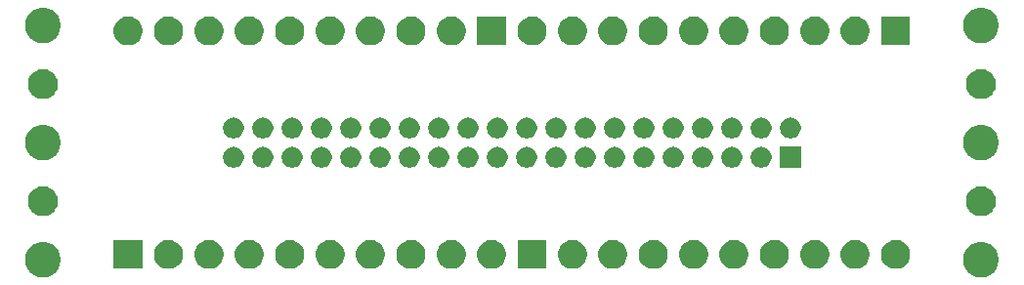
<source format=gbr>
G04 #@! TF.GenerationSoftware,KiCad,Pcbnew,5.1.5-52549c5~86~ubuntu18.04.1*
G04 #@! TF.CreationDate,2020-09-15T13:17:05-05:00*
G04 #@! TF.ProjectId,C05,4330352e-6b69-4636-9164-5f7063625858,rev?*
G04 #@! TF.SameCoordinates,Original*
G04 #@! TF.FileFunction,Soldermask,Bot*
G04 #@! TF.FilePolarity,Negative*
%FSLAX46Y46*%
G04 Gerber Fmt 4.6, Leading zero omitted, Abs format (unit mm)*
G04 Created by KiCad (PCBNEW 5.1.5-52549c5~86~ubuntu18.04.1) date 2020-09-15 13:17:05*
%MOMM*%
%LPD*%
G04 APERTURE LIST*
%ADD10C,0.100000*%
G04 APERTURE END LIST*
D10*
G36*
X24112585Y-42608802D02*
G01*
X24262410Y-42638604D01*
X24544674Y-42755521D01*
X24798705Y-42925259D01*
X25014741Y-43141295D01*
X25184479Y-43395326D01*
X25301396Y-43677590D01*
X25361000Y-43977240D01*
X25361000Y-44282760D01*
X25301396Y-44582410D01*
X25184479Y-44864674D01*
X25014741Y-45118705D01*
X24798705Y-45334741D01*
X24544674Y-45504479D01*
X24262410Y-45621396D01*
X24112585Y-45651198D01*
X23962761Y-45681000D01*
X23657239Y-45681000D01*
X23507415Y-45651198D01*
X23357590Y-45621396D01*
X23075326Y-45504479D01*
X22821295Y-45334741D01*
X22605259Y-45118705D01*
X22435521Y-44864674D01*
X22318604Y-44582410D01*
X22259000Y-44282760D01*
X22259000Y-43977240D01*
X22318604Y-43677590D01*
X22435521Y-43395326D01*
X22605259Y-43141295D01*
X22821295Y-42925259D01*
X23075326Y-42755521D01*
X23357590Y-42638604D01*
X23507415Y-42608802D01*
X23657239Y-42579000D01*
X23962761Y-42579000D01*
X24112585Y-42608802D01*
G37*
G36*
X105392585Y-42608802D02*
G01*
X105542410Y-42638604D01*
X105824674Y-42755521D01*
X106078705Y-42925259D01*
X106294741Y-43141295D01*
X106464479Y-43395326D01*
X106581396Y-43677590D01*
X106641000Y-43977240D01*
X106641000Y-44282760D01*
X106581396Y-44582410D01*
X106464479Y-44864674D01*
X106294741Y-45118705D01*
X106078705Y-45334741D01*
X105824674Y-45504479D01*
X105542410Y-45621396D01*
X105392585Y-45651198D01*
X105242761Y-45681000D01*
X104937239Y-45681000D01*
X104787415Y-45651198D01*
X104637590Y-45621396D01*
X104355326Y-45504479D01*
X104101295Y-45334741D01*
X103885259Y-45118705D01*
X103715521Y-44864674D01*
X103598604Y-44582410D01*
X103539000Y-44282760D01*
X103539000Y-43977240D01*
X103598604Y-43677590D01*
X103715521Y-43395326D01*
X103885259Y-43141295D01*
X104101295Y-42925259D01*
X104355326Y-42755521D01*
X104637590Y-42638604D01*
X104787415Y-42608802D01*
X104937239Y-42579000D01*
X105242761Y-42579000D01*
X105392585Y-42608802D01*
G37*
G36*
X49064903Y-42459675D02*
G01*
X49292571Y-42553978D01*
X49497466Y-42690885D01*
X49671715Y-42865134D01*
X49808622Y-43070029D01*
X49902925Y-43297697D01*
X49951000Y-43539387D01*
X49951000Y-43785813D01*
X49902925Y-44027503D01*
X49808622Y-44255171D01*
X49671715Y-44460066D01*
X49497466Y-44634315D01*
X49292571Y-44771222D01*
X49292570Y-44771223D01*
X49292569Y-44771223D01*
X49064903Y-44865525D01*
X48823214Y-44913600D01*
X48576786Y-44913600D01*
X48335097Y-44865525D01*
X48107431Y-44771223D01*
X48107430Y-44771223D01*
X48107429Y-44771222D01*
X47902534Y-44634315D01*
X47728285Y-44460066D01*
X47591378Y-44255171D01*
X47497075Y-44027503D01*
X47449000Y-43785813D01*
X47449000Y-43539387D01*
X47497075Y-43297697D01*
X47591378Y-43070029D01*
X47728285Y-42865134D01*
X47902534Y-42690885D01*
X48107429Y-42553978D01*
X48335097Y-42459675D01*
X48576786Y-42411600D01*
X48823214Y-42411600D01*
X49064903Y-42459675D01*
G37*
G36*
X67451000Y-44913600D02*
G01*
X64949000Y-44913600D01*
X64949000Y-42411600D01*
X67451000Y-42411600D01*
X67451000Y-44913600D01*
G37*
G36*
X45564903Y-42459675D02*
G01*
X45792571Y-42553978D01*
X45997466Y-42690885D01*
X46171715Y-42865134D01*
X46308622Y-43070029D01*
X46402925Y-43297697D01*
X46451000Y-43539387D01*
X46451000Y-43785813D01*
X46402925Y-44027503D01*
X46308622Y-44255171D01*
X46171715Y-44460066D01*
X45997466Y-44634315D01*
X45792571Y-44771222D01*
X45792570Y-44771223D01*
X45792569Y-44771223D01*
X45564903Y-44865525D01*
X45323214Y-44913600D01*
X45076786Y-44913600D01*
X44835097Y-44865525D01*
X44607431Y-44771223D01*
X44607430Y-44771223D01*
X44607429Y-44771222D01*
X44402534Y-44634315D01*
X44228285Y-44460066D01*
X44091378Y-44255171D01*
X43997075Y-44027503D01*
X43949000Y-43785813D01*
X43949000Y-43539387D01*
X43997075Y-43297697D01*
X44091378Y-43070029D01*
X44228285Y-42865134D01*
X44402534Y-42690885D01*
X44607429Y-42553978D01*
X44835097Y-42459675D01*
X45076786Y-42411600D01*
X45323214Y-42411600D01*
X45564903Y-42459675D01*
G37*
G36*
X42064903Y-42459675D02*
G01*
X42292571Y-42553978D01*
X42497466Y-42690885D01*
X42671715Y-42865134D01*
X42808622Y-43070029D01*
X42902925Y-43297697D01*
X42951000Y-43539387D01*
X42951000Y-43785813D01*
X42902925Y-44027503D01*
X42808622Y-44255171D01*
X42671715Y-44460066D01*
X42497466Y-44634315D01*
X42292571Y-44771222D01*
X42292570Y-44771223D01*
X42292569Y-44771223D01*
X42064903Y-44865525D01*
X41823214Y-44913600D01*
X41576786Y-44913600D01*
X41335097Y-44865525D01*
X41107431Y-44771223D01*
X41107430Y-44771223D01*
X41107429Y-44771222D01*
X40902534Y-44634315D01*
X40728285Y-44460066D01*
X40591378Y-44255171D01*
X40497075Y-44027503D01*
X40449000Y-43785813D01*
X40449000Y-43539387D01*
X40497075Y-43297697D01*
X40591378Y-43070029D01*
X40728285Y-42865134D01*
X40902534Y-42690885D01*
X41107429Y-42553978D01*
X41335097Y-42459675D01*
X41576786Y-42411600D01*
X41823214Y-42411600D01*
X42064903Y-42459675D01*
G37*
G36*
X38564903Y-42459675D02*
G01*
X38792571Y-42553978D01*
X38997466Y-42690885D01*
X39171715Y-42865134D01*
X39308622Y-43070029D01*
X39402925Y-43297697D01*
X39451000Y-43539387D01*
X39451000Y-43785813D01*
X39402925Y-44027503D01*
X39308622Y-44255171D01*
X39171715Y-44460066D01*
X38997466Y-44634315D01*
X38792571Y-44771222D01*
X38792570Y-44771223D01*
X38792569Y-44771223D01*
X38564903Y-44865525D01*
X38323214Y-44913600D01*
X38076786Y-44913600D01*
X37835097Y-44865525D01*
X37607431Y-44771223D01*
X37607430Y-44771223D01*
X37607429Y-44771222D01*
X37402534Y-44634315D01*
X37228285Y-44460066D01*
X37091378Y-44255171D01*
X36997075Y-44027503D01*
X36949000Y-43785813D01*
X36949000Y-43539387D01*
X36997075Y-43297697D01*
X37091378Y-43070029D01*
X37228285Y-42865134D01*
X37402534Y-42690885D01*
X37607429Y-42553978D01*
X37835097Y-42459675D01*
X38076786Y-42411600D01*
X38323214Y-42411600D01*
X38564903Y-42459675D01*
G37*
G36*
X35064903Y-42459675D02*
G01*
X35292571Y-42553978D01*
X35497466Y-42690885D01*
X35671715Y-42865134D01*
X35808622Y-43070029D01*
X35902925Y-43297697D01*
X35951000Y-43539387D01*
X35951000Y-43785813D01*
X35902925Y-44027503D01*
X35808622Y-44255171D01*
X35671715Y-44460066D01*
X35497466Y-44634315D01*
X35292571Y-44771222D01*
X35292570Y-44771223D01*
X35292569Y-44771223D01*
X35064903Y-44865525D01*
X34823214Y-44913600D01*
X34576786Y-44913600D01*
X34335097Y-44865525D01*
X34107431Y-44771223D01*
X34107430Y-44771223D01*
X34107429Y-44771222D01*
X33902534Y-44634315D01*
X33728285Y-44460066D01*
X33591378Y-44255171D01*
X33497075Y-44027503D01*
X33449000Y-43785813D01*
X33449000Y-43539387D01*
X33497075Y-43297697D01*
X33591378Y-43070029D01*
X33728285Y-42865134D01*
X33902534Y-42690885D01*
X34107429Y-42553978D01*
X34335097Y-42459675D01*
X34576786Y-42411600D01*
X34823214Y-42411600D01*
X35064903Y-42459675D01*
G37*
G36*
X32451000Y-44913600D02*
G01*
X29949000Y-44913600D01*
X29949000Y-42411600D01*
X32451000Y-42411600D01*
X32451000Y-44913600D01*
G37*
G36*
X59564903Y-42459675D02*
G01*
X59792571Y-42553978D01*
X59997466Y-42690885D01*
X60171715Y-42865134D01*
X60308622Y-43070029D01*
X60402925Y-43297697D01*
X60451000Y-43539387D01*
X60451000Y-43785813D01*
X60402925Y-44027503D01*
X60308622Y-44255171D01*
X60171715Y-44460066D01*
X59997466Y-44634315D01*
X59792571Y-44771222D01*
X59792570Y-44771223D01*
X59792569Y-44771223D01*
X59564903Y-44865525D01*
X59323214Y-44913600D01*
X59076786Y-44913600D01*
X58835097Y-44865525D01*
X58607431Y-44771223D01*
X58607430Y-44771223D01*
X58607429Y-44771222D01*
X58402534Y-44634315D01*
X58228285Y-44460066D01*
X58091378Y-44255171D01*
X57997075Y-44027503D01*
X57949000Y-43785813D01*
X57949000Y-43539387D01*
X57997075Y-43297697D01*
X58091378Y-43070029D01*
X58228285Y-42865134D01*
X58402534Y-42690885D01*
X58607429Y-42553978D01*
X58835097Y-42459675D01*
X59076786Y-42411600D01*
X59323214Y-42411600D01*
X59564903Y-42459675D01*
G37*
G36*
X63064903Y-42459675D02*
G01*
X63292571Y-42553978D01*
X63497466Y-42690885D01*
X63671715Y-42865134D01*
X63808622Y-43070029D01*
X63902925Y-43297697D01*
X63951000Y-43539387D01*
X63951000Y-43785813D01*
X63902925Y-44027503D01*
X63808622Y-44255171D01*
X63671715Y-44460066D01*
X63497466Y-44634315D01*
X63292571Y-44771222D01*
X63292570Y-44771223D01*
X63292569Y-44771223D01*
X63064903Y-44865525D01*
X62823214Y-44913600D01*
X62576786Y-44913600D01*
X62335097Y-44865525D01*
X62107431Y-44771223D01*
X62107430Y-44771223D01*
X62107429Y-44771222D01*
X61902534Y-44634315D01*
X61728285Y-44460066D01*
X61591378Y-44255171D01*
X61497075Y-44027503D01*
X61449000Y-43785813D01*
X61449000Y-43539387D01*
X61497075Y-43297697D01*
X61591378Y-43070029D01*
X61728285Y-42865134D01*
X61902534Y-42690885D01*
X62107429Y-42553978D01*
X62335097Y-42459675D01*
X62576786Y-42411600D01*
X62823214Y-42411600D01*
X63064903Y-42459675D01*
G37*
G36*
X52564903Y-42459675D02*
G01*
X52792571Y-42553978D01*
X52997466Y-42690885D01*
X53171715Y-42865134D01*
X53308622Y-43070029D01*
X53402925Y-43297697D01*
X53451000Y-43539387D01*
X53451000Y-43785813D01*
X53402925Y-44027503D01*
X53308622Y-44255171D01*
X53171715Y-44460066D01*
X52997466Y-44634315D01*
X52792571Y-44771222D01*
X52792570Y-44771223D01*
X52792569Y-44771223D01*
X52564903Y-44865525D01*
X52323214Y-44913600D01*
X52076786Y-44913600D01*
X51835097Y-44865525D01*
X51607431Y-44771223D01*
X51607430Y-44771223D01*
X51607429Y-44771222D01*
X51402534Y-44634315D01*
X51228285Y-44460066D01*
X51091378Y-44255171D01*
X50997075Y-44027503D01*
X50949000Y-43785813D01*
X50949000Y-43539387D01*
X50997075Y-43297697D01*
X51091378Y-43070029D01*
X51228285Y-42865134D01*
X51402534Y-42690885D01*
X51607429Y-42553978D01*
X51835097Y-42459675D01*
X52076786Y-42411600D01*
X52323214Y-42411600D01*
X52564903Y-42459675D01*
G37*
G36*
X56064903Y-42459675D02*
G01*
X56292571Y-42553978D01*
X56497466Y-42690885D01*
X56671715Y-42865134D01*
X56808622Y-43070029D01*
X56902925Y-43297697D01*
X56951000Y-43539387D01*
X56951000Y-43785813D01*
X56902925Y-44027503D01*
X56808622Y-44255171D01*
X56671715Y-44460066D01*
X56497466Y-44634315D01*
X56292571Y-44771222D01*
X56292570Y-44771223D01*
X56292569Y-44771223D01*
X56064903Y-44865525D01*
X55823214Y-44913600D01*
X55576786Y-44913600D01*
X55335097Y-44865525D01*
X55107431Y-44771223D01*
X55107430Y-44771223D01*
X55107429Y-44771222D01*
X54902534Y-44634315D01*
X54728285Y-44460066D01*
X54591378Y-44255171D01*
X54497075Y-44027503D01*
X54449000Y-43785813D01*
X54449000Y-43539387D01*
X54497075Y-43297697D01*
X54591378Y-43070029D01*
X54728285Y-42865134D01*
X54902534Y-42690885D01*
X55107429Y-42553978D01*
X55335097Y-42459675D01*
X55576786Y-42411600D01*
X55823214Y-42411600D01*
X56064903Y-42459675D01*
G37*
G36*
X70064903Y-42459675D02*
G01*
X70292571Y-42553978D01*
X70497466Y-42690885D01*
X70671715Y-42865134D01*
X70808622Y-43070029D01*
X70902925Y-43297697D01*
X70951000Y-43539387D01*
X70951000Y-43785813D01*
X70902925Y-44027503D01*
X70808622Y-44255171D01*
X70671715Y-44460066D01*
X70497466Y-44634315D01*
X70292571Y-44771222D01*
X70292570Y-44771223D01*
X70292569Y-44771223D01*
X70064903Y-44865525D01*
X69823214Y-44913600D01*
X69576786Y-44913600D01*
X69335097Y-44865525D01*
X69107431Y-44771223D01*
X69107430Y-44771223D01*
X69107429Y-44771222D01*
X68902534Y-44634315D01*
X68728285Y-44460066D01*
X68591378Y-44255171D01*
X68497075Y-44027503D01*
X68449000Y-43785813D01*
X68449000Y-43539387D01*
X68497075Y-43297697D01*
X68591378Y-43070029D01*
X68728285Y-42865134D01*
X68902534Y-42690885D01*
X69107429Y-42553978D01*
X69335097Y-42459675D01*
X69576786Y-42411600D01*
X69823214Y-42411600D01*
X70064903Y-42459675D01*
G37*
G36*
X73564903Y-42459675D02*
G01*
X73792571Y-42553978D01*
X73997466Y-42690885D01*
X74171715Y-42865134D01*
X74308622Y-43070029D01*
X74402925Y-43297697D01*
X74451000Y-43539387D01*
X74451000Y-43785813D01*
X74402925Y-44027503D01*
X74308622Y-44255171D01*
X74171715Y-44460066D01*
X73997466Y-44634315D01*
X73792571Y-44771222D01*
X73792570Y-44771223D01*
X73792569Y-44771223D01*
X73564903Y-44865525D01*
X73323214Y-44913600D01*
X73076786Y-44913600D01*
X72835097Y-44865525D01*
X72607431Y-44771223D01*
X72607430Y-44771223D01*
X72607429Y-44771222D01*
X72402534Y-44634315D01*
X72228285Y-44460066D01*
X72091378Y-44255171D01*
X71997075Y-44027503D01*
X71949000Y-43785813D01*
X71949000Y-43539387D01*
X71997075Y-43297697D01*
X72091378Y-43070029D01*
X72228285Y-42865134D01*
X72402534Y-42690885D01*
X72607429Y-42553978D01*
X72835097Y-42459675D01*
X73076786Y-42411600D01*
X73323214Y-42411600D01*
X73564903Y-42459675D01*
G37*
G36*
X77064903Y-42459675D02*
G01*
X77292571Y-42553978D01*
X77497466Y-42690885D01*
X77671715Y-42865134D01*
X77808622Y-43070029D01*
X77902925Y-43297697D01*
X77951000Y-43539387D01*
X77951000Y-43785813D01*
X77902925Y-44027503D01*
X77808622Y-44255171D01*
X77671715Y-44460066D01*
X77497466Y-44634315D01*
X77292571Y-44771222D01*
X77292570Y-44771223D01*
X77292569Y-44771223D01*
X77064903Y-44865525D01*
X76823214Y-44913600D01*
X76576786Y-44913600D01*
X76335097Y-44865525D01*
X76107431Y-44771223D01*
X76107430Y-44771223D01*
X76107429Y-44771222D01*
X75902534Y-44634315D01*
X75728285Y-44460066D01*
X75591378Y-44255171D01*
X75497075Y-44027503D01*
X75449000Y-43785813D01*
X75449000Y-43539387D01*
X75497075Y-43297697D01*
X75591378Y-43070029D01*
X75728285Y-42865134D01*
X75902534Y-42690885D01*
X76107429Y-42553978D01*
X76335097Y-42459675D01*
X76576786Y-42411600D01*
X76823214Y-42411600D01*
X77064903Y-42459675D01*
G37*
G36*
X80564903Y-42459675D02*
G01*
X80792571Y-42553978D01*
X80997466Y-42690885D01*
X81171715Y-42865134D01*
X81308622Y-43070029D01*
X81402925Y-43297697D01*
X81451000Y-43539387D01*
X81451000Y-43785813D01*
X81402925Y-44027503D01*
X81308622Y-44255171D01*
X81171715Y-44460066D01*
X80997466Y-44634315D01*
X80792571Y-44771222D01*
X80792570Y-44771223D01*
X80792569Y-44771223D01*
X80564903Y-44865525D01*
X80323214Y-44913600D01*
X80076786Y-44913600D01*
X79835097Y-44865525D01*
X79607431Y-44771223D01*
X79607430Y-44771223D01*
X79607429Y-44771222D01*
X79402534Y-44634315D01*
X79228285Y-44460066D01*
X79091378Y-44255171D01*
X78997075Y-44027503D01*
X78949000Y-43785813D01*
X78949000Y-43539387D01*
X78997075Y-43297697D01*
X79091378Y-43070029D01*
X79228285Y-42865134D01*
X79402534Y-42690885D01*
X79607429Y-42553978D01*
X79835097Y-42459675D01*
X80076786Y-42411600D01*
X80323214Y-42411600D01*
X80564903Y-42459675D01*
G37*
G36*
X84064903Y-42459675D02*
G01*
X84292571Y-42553978D01*
X84497466Y-42690885D01*
X84671715Y-42865134D01*
X84808622Y-43070029D01*
X84902925Y-43297697D01*
X84951000Y-43539387D01*
X84951000Y-43785813D01*
X84902925Y-44027503D01*
X84808622Y-44255171D01*
X84671715Y-44460066D01*
X84497466Y-44634315D01*
X84292571Y-44771222D01*
X84292570Y-44771223D01*
X84292569Y-44771223D01*
X84064903Y-44865525D01*
X83823214Y-44913600D01*
X83576786Y-44913600D01*
X83335097Y-44865525D01*
X83107431Y-44771223D01*
X83107430Y-44771223D01*
X83107429Y-44771222D01*
X82902534Y-44634315D01*
X82728285Y-44460066D01*
X82591378Y-44255171D01*
X82497075Y-44027503D01*
X82449000Y-43785813D01*
X82449000Y-43539387D01*
X82497075Y-43297697D01*
X82591378Y-43070029D01*
X82728285Y-42865134D01*
X82902534Y-42690885D01*
X83107429Y-42553978D01*
X83335097Y-42459675D01*
X83576786Y-42411600D01*
X83823214Y-42411600D01*
X84064903Y-42459675D01*
G37*
G36*
X87564903Y-42459675D02*
G01*
X87792571Y-42553978D01*
X87997466Y-42690885D01*
X88171715Y-42865134D01*
X88308622Y-43070029D01*
X88402925Y-43297697D01*
X88451000Y-43539387D01*
X88451000Y-43785813D01*
X88402925Y-44027503D01*
X88308622Y-44255171D01*
X88171715Y-44460066D01*
X87997466Y-44634315D01*
X87792571Y-44771222D01*
X87792570Y-44771223D01*
X87792569Y-44771223D01*
X87564903Y-44865525D01*
X87323214Y-44913600D01*
X87076786Y-44913600D01*
X86835097Y-44865525D01*
X86607431Y-44771223D01*
X86607430Y-44771223D01*
X86607429Y-44771222D01*
X86402534Y-44634315D01*
X86228285Y-44460066D01*
X86091378Y-44255171D01*
X85997075Y-44027503D01*
X85949000Y-43785813D01*
X85949000Y-43539387D01*
X85997075Y-43297697D01*
X86091378Y-43070029D01*
X86228285Y-42865134D01*
X86402534Y-42690885D01*
X86607429Y-42553978D01*
X86835097Y-42459675D01*
X87076786Y-42411600D01*
X87323214Y-42411600D01*
X87564903Y-42459675D01*
G37*
G36*
X91064903Y-42459675D02*
G01*
X91292571Y-42553978D01*
X91497466Y-42690885D01*
X91671715Y-42865134D01*
X91808622Y-43070029D01*
X91902925Y-43297697D01*
X91951000Y-43539387D01*
X91951000Y-43785813D01*
X91902925Y-44027503D01*
X91808622Y-44255171D01*
X91671715Y-44460066D01*
X91497466Y-44634315D01*
X91292571Y-44771222D01*
X91292570Y-44771223D01*
X91292569Y-44771223D01*
X91064903Y-44865525D01*
X90823214Y-44913600D01*
X90576786Y-44913600D01*
X90335097Y-44865525D01*
X90107431Y-44771223D01*
X90107430Y-44771223D01*
X90107429Y-44771222D01*
X89902534Y-44634315D01*
X89728285Y-44460066D01*
X89591378Y-44255171D01*
X89497075Y-44027503D01*
X89449000Y-43785813D01*
X89449000Y-43539387D01*
X89497075Y-43297697D01*
X89591378Y-43070029D01*
X89728285Y-42865134D01*
X89902534Y-42690885D01*
X90107429Y-42553978D01*
X90335097Y-42459675D01*
X90576786Y-42411600D01*
X90823214Y-42411600D01*
X91064903Y-42459675D01*
G37*
G36*
X94564903Y-42459675D02*
G01*
X94792571Y-42553978D01*
X94997466Y-42690885D01*
X95171715Y-42865134D01*
X95308622Y-43070029D01*
X95402925Y-43297697D01*
X95451000Y-43539387D01*
X95451000Y-43785813D01*
X95402925Y-44027503D01*
X95308622Y-44255171D01*
X95171715Y-44460066D01*
X94997466Y-44634315D01*
X94792571Y-44771222D01*
X94792570Y-44771223D01*
X94792569Y-44771223D01*
X94564903Y-44865525D01*
X94323214Y-44913600D01*
X94076786Y-44913600D01*
X93835097Y-44865525D01*
X93607431Y-44771223D01*
X93607430Y-44771223D01*
X93607429Y-44771222D01*
X93402534Y-44634315D01*
X93228285Y-44460066D01*
X93091378Y-44255171D01*
X92997075Y-44027503D01*
X92949000Y-43785813D01*
X92949000Y-43539387D01*
X92997075Y-43297697D01*
X93091378Y-43070029D01*
X93228285Y-42865134D01*
X93402534Y-42690885D01*
X93607429Y-42553978D01*
X93835097Y-42459675D01*
X94076786Y-42411600D01*
X94323214Y-42411600D01*
X94564903Y-42459675D01*
G37*
G36*
X98064903Y-42459675D02*
G01*
X98292571Y-42553978D01*
X98497466Y-42690885D01*
X98671715Y-42865134D01*
X98808622Y-43070029D01*
X98902925Y-43297697D01*
X98951000Y-43539387D01*
X98951000Y-43785813D01*
X98902925Y-44027503D01*
X98808622Y-44255171D01*
X98671715Y-44460066D01*
X98497466Y-44634315D01*
X98292571Y-44771222D01*
X98292570Y-44771223D01*
X98292569Y-44771223D01*
X98064903Y-44865525D01*
X97823214Y-44913600D01*
X97576786Y-44913600D01*
X97335097Y-44865525D01*
X97107431Y-44771223D01*
X97107430Y-44771223D01*
X97107429Y-44771222D01*
X96902534Y-44634315D01*
X96728285Y-44460066D01*
X96591378Y-44255171D01*
X96497075Y-44027503D01*
X96449000Y-43785813D01*
X96449000Y-43539387D01*
X96497075Y-43297697D01*
X96591378Y-43070029D01*
X96728285Y-42865134D01*
X96902534Y-42690885D01*
X97107429Y-42553978D01*
X97335097Y-42459675D01*
X97576786Y-42411600D01*
X97823214Y-42411600D01*
X98064903Y-42459675D01*
G37*
G36*
X24189393Y-37799304D02*
G01*
X24426101Y-37897352D01*
X24426103Y-37897353D01*
X24639135Y-38039696D01*
X24820304Y-38220865D01*
X24962647Y-38433897D01*
X24962648Y-38433899D01*
X25060696Y-38670607D01*
X25110680Y-38921893D01*
X25110680Y-39178107D01*
X25060696Y-39429393D01*
X24962648Y-39666101D01*
X24962647Y-39666103D01*
X24820304Y-39879135D01*
X24639135Y-40060304D01*
X24426103Y-40202647D01*
X24426102Y-40202648D01*
X24426101Y-40202648D01*
X24189393Y-40300696D01*
X23938107Y-40350680D01*
X23681893Y-40350680D01*
X23430607Y-40300696D01*
X23193899Y-40202648D01*
X23193898Y-40202648D01*
X23193897Y-40202647D01*
X22980865Y-40060304D01*
X22799696Y-39879135D01*
X22657353Y-39666103D01*
X22657352Y-39666101D01*
X22559304Y-39429393D01*
X22509320Y-39178107D01*
X22509320Y-38921893D01*
X22559304Y-38670607D01*
X22657352Y-38433899D01*
X22657353Y-38433897D01*
X22799696Y-38220865D01*
X22980865Y-38039696D01*
X23193897Y-37897353D01*
X23193899Y-37897352D01*
X23430607Y-37799304D01*
X23681893Y-37749320D01*
X23938107Y-37749320D01*
X24189393Y-37799304D01*
G37*
G36*
X105469393Y-37799304D02*
G01*
X105706101Y-37897352D01*
X105706103Y-37897353D01*
X105919135Y-38039696D01*
X106100304Y-38220865D01*
X106242647Y-38433897D01*
X106242648Y-38433899D01*
X106340696Y-38670607D01*
X106390680Y-38921893D01*
X106390680Y-39178107D01*
X106340696Y-39429393D01*
X106242648Y-39666101D01*
X106242647Y-39666103D01*
X106100304Y-39879135D01*
X105919135Y-40060304D01*
X105706103Y-40202647D01*
X105706102Y-40202648D01*
X105706101Y-40202648D01*
X105469393Y-40300696D01*
X105218107Y-40350680D01*
X104961893Y-40350680D01*
X104710607Y-40300696D01*
X104473899Y-40202648D01*
X104473898Y-40202648D01*
X104473897Y-40202647D01*
X104260865Y-40060304D01*
X104079696Y-39879135D01*
X103937353Y-39666103D01*
X103937352Y-39666101D01*
X103839304Y-39429393D01*
X103789320Y-39178107D01*
X103789320Y-38921893D01*
X103839304Y-38670607D01*
X103937352Y-38433899D01*
X103937353Y-38433897D01*
X104079696Y-38220865D01*
X104260865Y-38039696D01*
X104473897Y-37897353D01*
X104473899Y-37897352D01*
X104710607Y-37799304D01*
X104961893Y-37749320D01*
X105218107Y-37749320D01*
X105469393Y-37799304D01*
G37*
G36*
X78533512Y-34343927D02*
G01*
X78682812Y-34373624D01*
X78846784Y-34441544D01*
X78994354Y-34540147D01*
X79119853Y-34665646D01*
X79218456Y-34813216D01*
X79286376Y-34977188D01*
X79321000Y-35151259D01*
X79321000Y-35328741D01*
X79286376Y-35502812D01*
X79218456Y-35666784D01*
X79119853Y-35814354D01*
X78994354Y-35939853D01*
X78846784Y-36038456D01*
X78682812Y-36106376D01*
X78533512Y-36136073D01*
X78508742Y-36141000D01*
X78331258Y-36141000D01*
X78306488Y-36136073D01*
X78157188Y-36106376D01*
X77993216Y-36038456D01*
X77845646Y-35939853D01*
X77720147Y-35814354D01*
X77621544Y-35666784D01*
X77553624Y-35502812D01*
X77519000Y-35328741D01*
X77519000Y-35151259D01*
X77553624Y-34977188D01*
X77621544Y-34813216D01*
X77720147Y-34665646D01*
X77845646Y-34540147D01*
X77993216Y-34441544D01*
X78157188Y-34373624D01*
X78306488Y-34343927D01*
X78331258Y-34339000D01*
X78508742Y-34339000D01*
X78533512Y-34343927D01*
G37*
G36*
X40433512Y-34343927D02*
G01*
X40582812Y-34373624D01*
X40746784Y-34441544D01*
X40894354Y-34540147D01*
X41019853Y-34665646D01*
X41118456Y-34813216D01*
X41186376Y-34977188D01*
X41221000Y-35151259D01*
X41221000Y-35328741D01*
X41186376Y-35502812D01*
X41118456Y-35666784D01*
X41019853Y-35814354D01*
X40894354Y-35939853D01*
X40746784Y-36038456D01*
X40582812Y-36106376D01*
X40433512Y-36136073D01*
X40408742Y-36141000D01*
X40231258Y-36141000D01*
X40206488Y-36136073D01*
X40057188Y-36106376D01*
X39893216Y-36038456D01*
X39745646Y-35939853D01*
X39620147Y-35814354D01*
X39521544Y-35666784D01*
X39453624Y-35502812D01*
X39419000Y-35328741D01*
X39419000Y-35151259D01*
X39453624Y-34977188D01*
X39521544Y-34813216D01*
X39620147Y-34665646D01*
X39745646Y-34540147D01*
X39893216Y-34441544D01*
X40057188Y-34373624D01*
X40206488Y-34343927D01*
X40231258Y-34339000D01*
X40408742Y-34339000D01*
X40433512Y-34343927D01*
G37*
G36*
X45513512Y-34343927D02*
G01*
X45662812Y-34373624D01*
X45826784Y-34441544D01*
X45974354Y-34540147D01*
X46099853Y-34665646D01*
X46198456Y-34813216D01*
X46266376Y-34977188D01*
X46301000Y-35151259D01*
X46301000Y-35328741D01*
X46266376Y-35502812D01*
X46198456Y-35666784D01*
X46099853Y-35814354D01*
X45974354Y-35939853D01*
X45826784Y-36038456D01*
X45662812Y-36106376D01*
X45513512Y-36136073D01*
X45488742Y-36141000D01*
X45311258Y-36141000D01*
X45286488Y-36136073D01*
X45137188Y-36106376D01*
X44973216Y-36038456D01*
X44825646Y-35939853D01*
X44700147Y-35814354D01*
X44601544Y-35666784D01*
X44533624Y-35502812D01*
X44499000Y-35328741D01*
X44499000Y-35151259D01*
X44533624Y-34977188D01*
X44601544Y-34813216D01*
X44700147Y-34665646D01*
X44825646Y-34540147D01*
X44973216Y-34441544D01*
X45137188Y-34373624D01*
X45286488Y-34343927D01*
X45311258Y-34339000D01*
X45488742Y-34339000D01*
X45513512Y-34343927D01*
G37*
G36*
X48053512Y-34343927D02*
G01*
X48202812Y-34373624D01*
X48366784Y-34441544D01*
X48514354Y-34540147D01*
X48639853Y-34665646D01*
X48738456Y-34813216D01*
X48806376Y-34977188D01*
X48841000Y-35151259D01*
X48841000Y-35328741D01*
X48806376Y-35502812D01*
X48738456Y-35666784D01*
X48639853Y-35814354D01*
X48514354Y-35939853D01*
X48366784Y-36038456D01*
X48202812Y-36106376D01*
X48053512Y-36136073D01*
X48028742Y-36141000D01*
X47851258Y-36141000D01*
X47826488Y-36136073D01*
X47677188Y-36106376D01*
X47513216Y-36038456D01*
X47365646Y-35939853D01*
X47240147Y-35814354D01*
X47141544Y-35666784D01*
X47073624Y-35502812D01*
X47039000Y-35328741D01*
X47039000Y-35151259D01*
X47073624Y-34977188D01*
X47141544Y-34813216D01*
X47240147Y-34665646D01*
X47365646Y-34540147D01*
X47513216Y-34441544D01*
X47677188Y-34373624D01*
X47826488Y-34343927D01*
X47851258Y-34339000D01*
X48028742Y-34339000D01*
X48053512Y-34343927D01*
G37*
G36*
X50593512Y-34343927D02*
G01*
X50742812Y-34373624D01*
X50906784Y-34441544D01*
X51054354Y-34540147D01*
X51179853Y-34665646D01*
X51278456Y-34813216D01*
X51346376Y-34977188D01*
X51381000Y-35151259D01*
X51381000Y-35328741D01*
X51346376Y-35502812D01*
X51278456Y-35666784D01*
X51179853Y-35814354D01*
X51054354Y-35939853D01*
X50906784Y-36038456D01*
X50742812Y-36106376D01*
X50593512Y-36136073D01*
X50568742Y-36141000D01*
X50391258Y-36141000D01*
X50366488Y-36136073D01*
X50217188Y-36106376D01*
X50053216Y-36038456D01*
X49905646Y-35939853D01*
X49780147Y-35814354D01*
X49681544Y-35666784D01*
X49613624Y-35502812D01*
X49579000Y-35328741D01*
X49579000Y-35151259D01*
X49613624Y-34977188D01*
X49681544Y-34813216D01*
X49780147Y-34665646D01*
X49905646Y-34540147D01*
X50053216Y-34441544D01*
X50217188Y-34373624D01*
X50366488Y-34343927D01*
X50391258Y-34339000D01*
X50568742Y-34339000D01*
X50593512Y-34343927D01*
G37*
G36*
X53133512Y-34343927D02*
G01*
X53282812Y-34373624D01*
X53446784Y-34441544D01*
X53594354Y-34540147D01*
X53719853Y-34665646D01*
X53818456Y-34813216D01*
X53886376Y-34977188D01*
X53921000Y-35151259D01*
X53921000Y-35328741D01*
X53886376Y-35502812D01*
X53818456Y-35666784D01*
X53719853Y-35814354D01*
X53594354Y-35939853D01*
X53446784Y-36038456D01*
X53282812Y-36106376D01*
X53133512Y-36136073D01*
X53108742Y-36141000D01*
X52931258Y-36141000D01*
X52906488Y-36136073D01*
X52757188Y-36106376D01*
X52593216Y-36038456D01*
X52445646Y-35939853D01*
X52320147Y-35814354D01*
X52221544Y-35666784D01*
X52153624Y-35502812D01*
X52119000Y-35328741D01*
X52119000Y-35151259D01*
X52153624Y-34977188D01*
X52221544Y-34813216D01*
X52320147Y-34665646D01*
X52445646Y-34540147D01*
X52593216Y-34441544D01*
X52757188Y-34373624D01*
X52906488Y-34343927D01*
X52931258Y-34339000D01*
X53108742Y-34339000D01*
X53133512Y-34343927D01*
G37*
G36*
X55673512Y-34343927D02*
G01*
X55822812Y-34373624D01*
X55986784Y-34441544D01*
X56134354Y-34540147D01*
X56259853Y-34665646D01*
X56358456Y-34813216D01*
X56426376Y-34977188D01*
X56461000Y-35151259D01*
X56461000Y-35328741D01*
X56426376Y-35502812D01*
X56358456Y-35666784D01*
X56259853Y-35814354D01*
X56134354Y-35939853D01*
X55986784Y-36038456D01*
X55822812Y-36106376D01*
X55673512Y-36136073D01*
X55648742Y-36141000D01*
X55471258Y-36141000D01*
X55446488Y-36136073D01*
X55297188Y-36106376D01*
X55133216Y-36038456D01*
X54985646Y-35939853D01*
X54860147Y-35814354D01*
X54761544Y-35666784D01*
X54693624Y-35502812D01*
X54659000Y-35328741D01*
X54659000Y-35151259D01*
X54693624Y-34977188D01*
X54761544Y-34813216D01*
X54860147Y-34665646D01*
X54985646Y-34540147D01*
X55133216Y-34441544D01*
X55297188Y-34373624D01*
X55446488Y-34343927D01*
X55471258Y-34339000D01*
X55648742Y-34339000D01*
X55673512Y-34343927D01*
G37*
G36*
X58213512Y-34343927D02*
G01*
X58362812Y-34373624D01*
X58526784Y-34441544D01*
X58674354Y-34540147D01*
X58799853Y-34665646D01*
X58898456Y-34813216D01*
X58966376Y-34977188D01*
X59001000Y-35151259D01*
X59001000Y-35328741D01*
X58966376Y-35502812D01*
X58898456Y-35666784D01*
X58799853Y-35814354D01*
X58674354Y-35939853D01*
X58526784Y-36038456D01*
X58362812Y-36106376D01*
X58213512Y-36136073D01*
X58188742Y-36141000D01*
X58011258Y-36141000D01*
X57986488Y-36136073D01*
X57837188Y-36106376D01*
X57673216Y-36038456D01*
X57525646Y-35939853D01*
X57400147Y-35814354D01*
X57301544Y-35666784D01*
X57233624Y-35502812D01*
X57199000Y-35328741D01*
X57199000Y-35151259D01*
X57233624Y-34977188D01*
X57301544Y-34813216D01*
X57400147Y-34665646D01*
X57525646Y-34540147D01*
X57673216Y-34441544D01*
X57837188Y-34373624D01*
X57986488Y-34343927D01*
X58011258Y-34339000D01*
X58188742Y-34339000D01*
X58213512Y-34343927D01*
G37*
G36*
X42973512Y-34343927D02*
G01*
X43122812Y-34373624D01*
X43286784Y-34441544D01*
X43434354Y-34540147D01*
X43559853Y-34665646D01*
X43658456Y-34813216D01*
X43726376Y-34977188D01*
X43761000Y-35151259D01*
X43761000Y-35328741D01*
X43726376Y-35502812D01*
X43658456Y-35666784D01*
X43559853Y-35814354D01*
X43434354Y-35939853D01*
X43286784Y-36038456D01*
X43122812Y-36106376D01*
X42973512Y-36136073D01*
X42948742Y-36141000D01*
X42771258Y-36141000D01*
X42746488Y-36136073D01*
X42597188Y-36106376D01*
X42433216Y-36038456D01*
X42285646Y-35939853D01*
X42160147Y-35814354D01*
X42061544Y-35666784D01*
X41993624Y-35502812D01*
X41959000Y-35328741D01*
X41959000Y-35151259D01*
X41993624Y-34977188D01*
X42061544Y-34813216D01*
X42160147Y-34665646D01*
X42285646Y-34540147D01*
X42433216Y-34441544D01*
X42597188Y-34373624D01*
X42746488Y-34343927D01*
X42771258Y-34339000D01*
X42948742Y-34339000D01*
X42973512Y-34343927D01*
G37*
G36*
X89481000Y-36141000D02*
G01*
X87679000Y-36141000D01*
X87679000Y-34339000D01*
X89481000Y-34339000D01*
X89481000Y-36141000D01*
G37*
G36*
X83613512Y-34343927D02*
G01*
X83762812Y-34373624D01*
X83926784Y-34441544D01*
X84074354Y-34540147D01*
X84199853Y-34665646D01*
X84298456Y-34813216D01*
X84366376Y-34977188D01*
X84401000Y-35151259D01*
X84401000Y-35328741D01*
X84366376Y-35502812D01*
X84298456Y-35666784D01*
X84199853Y-35814354D01*
X84074354Y-35939853D01*
X83926784Y-36038456D01*
X83762812Y-36106376D01*
X83613512Y-36136073D01*
X83588742Y-36141000D01*
X83411258Y-36141000D01*
X83386488Y-36136073D01*
X83237188Y-36106376D01*
X83073216Y-36038456D01*
X82925646Y-35939853D01*
X82800147Y-35814354D01*
X82701544Y-35666784D01*
X82633624Y-35502812D01*
X82599000Y-35328741D01*
X82599000Y-35151259D01*
X82633624Y-34977188D01*
X82701544Y-34813216D01*
X82800147Y-34665646D01*
X82925646Y-34540147D01*
X83073216Y-34441544D01*
X83237188Y-34373624D01*
X83386488Y-34343927D01*
X83411258Y-34339000D01*
X83588742Y-34339000D01*
X83613512Y-34343927D01*
G37*
G36*
X81073512Y-34343927D02*
G01*
X81222812Y-34373624D01*
X81386784Y-34441544D01*
X81534354Y-34540147D01*
X81659853Y-34665646D01*
X81758456Y-34813216D01*
X81826376Y-34977188D01*
X81861000Y-35151259D01*
X81861000Y-35328741D01*
X81826376Y-35502812D01*
X81758456Y-35666784D01*
X81659853Y-35814354D01*
X81534354Y-35939853D01*
X81386784Y-36038456D01*
X81222812Y-36106376D01*
X81073512Y-36136073D01*
X81048742Y-36141000D01*
X80871258Y-36141000D01*
X80846488Y-36136073D01*
X80697188Y-36106376D01*
X80533216Y-36038456D01*
X80385646Y-35939853D01*
X80260147Y-35814354D01*
X80161544Y-35666784D01*
X80093624Y-35502812D01*
X80059000Y-35328741D01*
X80059000Y-35151259D01*
X80093624Y-34977188D01*
X80161544Y-34813216D01*
X80260147Y-34665646D01*
X80385646Y-34540147D01*
X80533216Y-34441544D01*
X80697188Y-34373624D01*
X80846488Y-34343927D01*
X80871258Y-34339000D01*
X81048742Y-34339000D01*
X81073512Y-34343927D01*
G37*
G36*
X75993512Y-34343927D02*
G01*
X76142812Y-34373624D01*
X76306784Y-34441544D01*
X76454354Y-34540147D01*
X76579853Y-34665646D01*
X76678456Y-34813216D01*
X76746376Y-34977188D01*
X76781000Y-35151259D01*
X76781000Y-35328741D01*
X76746376Y-35502812D01*
X76678456Y-35666784D01*
X76579853Y-35814354D01*
X76454354Y-35939853D01*
X76306784Y-36038456D01*
X76142812Y-36106376D01*
X75993512Y-36136073D01*
X75968742Y-36141000D01*
X75791258Y-36141000D01*
X75766488Y-36136073D01*
X75617188Y-36106376D01*
X75453216Y-36038456D01*
X75305646Y-35939853D01*
X75180147Y-35814354D01*
X75081544Y-35666784D01*
X75013624Y-35502812D01*
X74979000Y-35328741D01*
X74979000Y-35151259D01*
X75013624Y-34977188D01*
X75081544Y-34813216D01*
X75180147Y-34665646D01*
X75305646Y-34540147D01*
X75453216Y-34441544D01*
X75617188Y-34373624D01*
X75766488Y-34343927D01*
X75791258Y-34339000D01*
X75968742Y-34339000D01*
X75993512Y-34343927D01*
G37*
G36*
X73453512Y-34343927D02*
G01*
X73602812Y-34373624D01*
X73766784Y-34441544D01*
X73914354Y-34540147D01*
X74039853Y-34665646D01*
X74138456Y-34813216D01*
X74206376Y-34977188D01*
X74241000Y-35151259D01*
X74241000Y-35328741D01*
X74206376Y-35502812D01*
X74138456Y-35666784D01*
X74039853Y-35814354D01*
X73914354Y-35939853D01*
X73766784Y-36038456D01*
X73602812Y-36106376D01*
X73453512Y-36136073D01*
X73428742Y-36141000D01*
X73251258Y-36141000D01*
X73226488Y-36136073D01*
X73077188Y-36106376D01*
X72913216Y-36038456D01*
X72765646Y-35939853D01*
X72640147Y-35814354D01*
X72541544Y-35666784D01*
X72473624Y-35502812D01*
X72439000Y-35328741D01*
X72439000Y-35151259D01*
X72473624Y-34977188D01*
X72541544Y-34813216D01*
X72640147Y-34665646D01*
X72765646Y-34540147D01*
X72913216Y-34441544D01*
X73077188Y-34373624D01*
X73226488Y-34343927D01*
X73251258Y-34339000D01*
X73428742Y-34339000D01*
X73453512Y-34343927D01*
G37*
G36*
X70913512Y-34343927D02*
G01*
X71062812Y-34373624D01*
X71226784Y-34441544D01*
X71374354Y-34540147D01*
X71499853Y-34665646D01*
X71598456Y-34813216D01*
X71666376Y-34977188D01*
X71701000Y-35151259D01*
X71701000Y-35328741D01*
X71666376Y-35502812D01*
X71598456Y-35666784D01*
X71499853Y-35814354D01*
X71374354Y-35939853D01*
X71226784Y-36038456D01*
X71062812Y-36106376D01*
X70913512Y-36136073D01*
X70888742Y-36141000D01*
X70711258Y-36141000D01*
X70686488Y-36136073D01*
X70537188Y-36106376D01*
X70373216Y-36038456D01*
X70225646Y-35939853D01*
X70100147Y-35814354D01*
X70001544Y-35666784D01*
X69933624Y-35502812D01*
X69899000Y-35328741D01*
X69899000Y-35151259D01*
X69933624Y-34977188D01*
X70001544Y-34813216D01*
X70100147Y-34665646D01*
X70225646Y-34540147D01*
X70373216Y-34441544D01*
X70537188Y-34373624D01*
X70686488Y-34343927D01*
X70711258Y-34339000D01*
X70888742Y-34339000D01*
X70913512Y-34343927D01*
G37*
G36*
X68373512Y-34343927D02*
G01*
X68522812Y-34373624D01*
X68686784Y-34441544D01*
X68834354Y-34540147D01*
X68959853Y-34665646D01*
X69058456Y-34813216D01*
X69126376Y-34977188D01*
X69161000Y-35151259D01*
X69161000Y-35328741D01*
X69126376Y-35502812D01*
X69058456Y-35666784D01*
X68959853Y-35814354D01*
X68834354Y-35939853D01*
X68686784Y-36038456D01*
X68522812Y-36106376D01*
X68373512Y-36136073D01*
X68348742Y-36141000D01*
X68171258Y-36141000D01*
X68146488Y-36136073D01*
X67997188Y-36106376D01*
X67833216Y-36038456D01*
X67685646Y-35939853D01*
X67560147Y-35814354D01*
X67461544Y-35666784D01*
X67393624Y-35502812D01*
X67359000Y-35328741D01*
X67359000Y-35151259D01*
X67393624Y-34977188D01*
X67461544Y-34813216D01*
X67560147Y-34665646D01*
X67685646Y-34540147D01*
X67833216Y-34441544D01*
X67997188Y-34373624D01*
X68146488Y-34343927D01*
X68171258Y-34339000D01*
X68348742Y-34339000D01*
X68373512Y-34343927D01*
G37*
G36*
X65833512Y-34343927D02*
G01*
X65982812Y-34373624D01*
X66146784Y-34441544D01*
X66294354Y-34540147D01*
X66419853Y-34665646D01*
X66518456Y-34813216D01*
X66586376Y-34977188D01*
X66621000Y-35151259D01*
X66621000Y-35328741D01*
X66586376Y-35502812D01*
X66518456Y-35666784D01*
X66419853Y-35814354D01*
X66294354Y-35939853D01*
X66146784Y-36038456D01*
X65982812Y-36106376D01*
X65833512Y-36136073D01*
X65808742Y-36141000D01*
X65631258Y-36141000D01*
X65606488Y-36136073D01*
X65457188Y-36106376D01*
X65293216Y-36038456D01*
X65145646Y-35939853D01*
X65020147Y-35814354D01*
X64921544Y-35666784D01*
X64853624Y-35502812D01*
X64819000Y-35328741D01*
X64819000Y-35151259D01*
X64853624Y-34977188D01*
X64921544Y-34813216D01*
X65020147Y-34665646D01*
X65145646Y-34540147D01*
X65293216Y-34441544D01*
X65457188Y-34373624D01*
X65606488Y-34343927D01*
X65631258Y-34339000D01*
X65808742Y-34339000D01*
X65833512Y-34343927D01*
G37*
G36*
X63293512Y-34343927D02*
G01*
X63442812Y-34373624D01*
X63606784Y-34441544D01*
X63754354Y-34540147D01*
X63879853Y-34665646D01*
X63978456Y-34813216D01*
X64046376Y-34977188D01*
X64081000Y-35151259D01*
X64081000Y-35328741D01*
X64046376Y-35502812D01*
X63978456Y-35666784D01*
X63879853Y-35814354D01*
X63754354Y-35939853D01*
X63606784Y-36038456D01*
X63442812Y-36106376D01*
X63293512Y-36136073D01*
X63268742Y-36141000D01*
X63091258Y-36141000D01*
X63066488Y-36136073D01*
X62917188Y-36106376D01*
X62753216Y-36038456D01*
X62605646Y-35939853D01*
X62480147Y-35814354D01*
X62381544Y-35666784D01*
X62313624Y-35502812D01*
X62279000Y-35328741D01*
X62279000Y-35151259D01*
X62313624Y-34977188D01*
X62381544Y-34813216D01*
X62480147Y-34665646D01*
X62605646Y-34540147D01*
X62753216Y-34441544D01*
X62917188Y-34373624D01*
X63066488Y-34343927D01*
X63091258Y-34339000D01*
X63268742Y-34339000D01*
X63293512Y-34343927D01*
G37*
G36*
X60753512Y-34343927D02*
G01*
X60902812Y-34373624D01*
X61066784Y-34441544D01*
X61214354Y-34540147D01*
X61339853Y-34665646D01*
X61438456Y-34813216D01*
X61506376Y-34977188D01*
X61541000Y-35151259D01*
X61541000Y-35328741D01*
X61506376Y-35502812D01*
X61438456Y-35666784D01*
X61339853Y-35814354D01*
X61214354Y-35939853D01*
X61066784Y-36038456D01*
X60902812Y-36106376D01*
X60753512Y-36136073D01*
X60728742Y-36141000D01*
X60551258Y-36141000D01*
X60526488Y-36136073D01*
X60377188Y-36106376D01*
X60213216Y-36038456D01*
X60065646Y-35939853D01*
X59940147Y-35814354D01*
X59841544Y-35666784D01*
X59773624Y-35502812D01*
X59739000Y-35328741D01*
X59739000Y-35151259D01*
X59773624Y-34977188D01*
X59841544Y-34813216D01*
X59940147Y-34665646D01*
X60065646Y-34540147D01*
X60213216Y-34441544D01*
X60377188Y-34373624D01*
X60526488Y-34343927D01*
X60551258Y-34339000D01*
X60728742Y-34339000D01*
X60753512Y-34343927D01*
G37*
G36*
X86153512Y-34343927D02*
G01*
X86302812Y-34373624D01*
X86466784Y-34441544D01*
X86614354Y-34540147D01*
X86739853Y-34665646D01*
X86838456Y-34813216D01*
X86906376Y-34977188D01*
X86941000Y-35151259D01*
X86941000Y-35328741D01*
X86906376Y-35502812D01*
X86838456Y-35666784D01*
X86739853Y-35814354D01*
X86614354Y-35939853D01*
X86466784Y-36038456D01*
X86302812Y-36106376D01*
X86153512Y-36136073D01*
X86128742Y-36141000D01*
X85951258Y-36141000D01*
X85926488Y-36136073D01*
X85777188Y-36106376D01*
X85613216Y-36038456D01*
X85465646Y-35939853D01*
X85340147Y-35814354D01*
X85241544Y-35666784D01*
X85173624Y-35502812D01*
X85139000Y-35328741D01*
X85139000Y-35151259D01*
X85173624Y-34977188D01*
X85241544Y-34813216D01*
X85340147Y-34665646D01*
X85465646Y-34540147D01*
X85613216Y-34441544D01*
X85777188Y-34373624D01*
X85926488Y-34343927D01*
X85951258Y-34339000D01*
X86128742Y-34339000D01*
X86153512Y-34343927D01*
G37*
G36*
X105392585Y-32448802D02*
G01*
X105542410Y-32478604D01*
X105824674Y-32595521D01*
X106078705Y-32765259D01*
X106294741Y-32981295D01*
X106464479Y-33235326D01*
X106581396Y-33517590D01*
X106641000Y-33817240D01*
X106641000Y-34122760D01*
X106581396Y-34422410D01*
X106464479Y-34704674D01*
X106294741Y-34958705D01*
X106078705Y-35174741D01*
X105824674Y-35344479D01*
X105542410Y-35461396D01*
X105392585Y-35491198D01*
X105242761Y-35521000D01*
X104937239Y-35521000D01*
X104787415Y-35491198D01*
X104637590Y-35461396D01*
X104355326Y-35344479D01*
X104101295Y-35174741D01*
X103885259Y-34958705D01*
X103715521Y-34704674D01*
X103598604Y-34422410D01*
X103539000Y-34122760D01*
X103539000Y-33817240D01*
X103598604Y-33517590D01*
X103715521Y-33235326D01*
X103885259Y-32981295D01*
X104101295Y-32765259D01*
X104355326Y-32595521D01*
X104637590Y-32478604D01*
X104787415Y-32448802D01*
X104937239Y-32419000D01*
X105242761Y-32419000D01*
X105392585Y-32448802D01*
G37*
G36*
X24112585Y-32448802D02*
G01*
X24262410Y-32478604D01*
X24544674Y-32595521D01*
X24798705Y-32765259D01*
X25014741Y-32981295D01*
X25184479Y-33235326D01*
X25301396Y-33517590D01*
X25361000Y-33817240D01*
X25361000Y-34122760D01*
X25301396Y-34422410D01*
X25184479Y-34704674D01*
X25014741Y-34958705D01*
X24798705Y-35174741D01*
X24544674Y-35344479D01*
X24262410Y-35461396D01*
X24112585Y-35491198D01*
X23962761Y-35521000D01*
X23657239Y-35521000D01*
X23507415Y-35491198D01*
X23357590Y-35461396D01*
X23075326Y-35344479D01*
X22821295Y-35174741D01*
X22605259Y-34958705D01*
X22435521Y-34704674D01*
X22318604Y-34422410D01*
X22259000Y-34122760D01*
X22259000Y-33817240D01*
X22318604Y-33517590D01*
X22435521Y-33235326D01*
X22605259Y-32981295D01*
X22821295Y-32765259D01*
X23075326Y-32595521D01*
X23357590Y-32478604D01*
X23507415Y-32448802D01*
X23657239Y-32419000D01*
X23962761Y-32419000D01*
X24112585Y-32448802D01*
G37*
G36*
X78533512Y-31803927D02*
G01*
X78682812Y-31833624D01*
X78846784Y-31901544D01*
X78994354Y-32000147D01*
X79119853Y-32125646D01*
X79218456Y-32273216D01*
X79286376Y-32437188D01*
X79321000Y-32611259D01*
X79321000Y-32788741D01*
X79286376Y-32962812D01*
X79218456Y-33126784D01*
X79119853Y-33274354D01*
X78994354Y-33399853D01*
X78846784Y-33498456D01*
X78682812Y-33566376D01*
X78533512Y-33596073D01*
X78508742Y-33601000D01*
X78331258Y-33601000D01*
X78306488Y-33596073D01*
X78157188Y-33566376D01*
X77993216Y-33498456D01*
X77845646Y-33399853D01*
X77720147Y-33274354D01*
X77621544Y-33126784D01*
X77553624Y-32962812D01*
X77519000Y-32788741D01*
X77519000Y-32611259D01*
X77553624Y-32437188D01*
X77621544Y-32273216D01*
X77720147Y-32125646D01*
X77845646Y-32000147D01*
X77993216Y-31901544D01*
X78157188Y-31833624D01*
X78306488Y-31803927D01*
X78331258Y-31799000D01*
X78508742Y-31799000D01*
X78533512Y-31803927D01*
G37*
G36*
X55673512Y-31803927D02*
G01*
X55822812Y-31833624D01*
X55986784Y-31901544D01*
X56134354Y-32000147D01*
X56259853Y-32125646D01*
X56358456Y-32273216D01*
X56426376Y-32437188D01*
X56461000Y-32611259D01*
X56461000Y-32788741D01*
X56426376Y-32962812D01*
X56358456Y-33126784D01*
X56259853Y-33274354D01*
X56134354Y-33399853D01*
X55986784Y-33498456D01*
X55822812Y-33566376D01*
X55673512Y-33596073D01*
X55648742Y-33601000D01*
X55471258Y-33601000D01*
X55446488Y-33596073D01*
X55297188Y-33566376D01*
X55133216Y-33498456D01*
X54985646Y-33399853D01*
X54860147Y-33274354D01*
X54761544Y-33126784D01*
X54693624Y-32962812D01*
X54659000Y-32788741D01*
X54659000Y-32611259D01*
X54693624Y-32437188D01*
X54761544Y-32273216D01*
X54860147Y-32125646D01*
X54985646Y-32000147D01*
X55133216Y-31901544D01*
X55297188Y-31833624D01*
X55446488Y-31803927D01*
X55471258Y-31799000D01*
X55648742Y-31799000D01*
X55673512Y-31803927D01*
G37*
G36*
X88693512Y-31803927D02*
G01*
X88842812Y-31833624D01*
X89006784Y-31901544D01*
X89154354Y-32000147D01*
X89279853Y-32125646D01*
X89378456Y-32273216D01*
X89446376Y-32437188D01*
X89481000Y-32611259D01*
X89481000Y-32788741D01*
X89446376Y-32962812D01*
X89378456Y-33126784D01*
X89279853Y-33274354D01*
X89154354Y-33399853D01*
X89006784Y-33498456D01*
X88842812Y-33566376D01*
X88693512Y-33596073D01*
X88668742Y-33601000D01*
X88491258Y-33601000D01*
X88466488Y-33596073D01*
X88317188Y-33566376D01*
X88153216Y-33498456D01*
X88005646Y-33399853D01*
X87880147Y-33274354D01*
X87781544Y-33126784D01*
X87713624Y-32962812D01*
X87679000Y-32788741D01*
X87679000Y-32611259D01*
X87713624Y-32437188D01*
X87781544Y-32273216D01*
X87880147Y-32125646D01*
X88005646Y-32000147D01*
X88153216Y-31901544D01*
X88317188Y-31833624D01*
X88466488Y-31803927D01*
X88491258Y-31799000D01*
X88668742Y-31799000D01*
X88693512Y-31803927D01*
G37*
G36*
X53133512Y-31803927D02*
G01*
X53282812Y-31833624D01*
X53446784Y-31901544D01*
X53594354Y-32000147D01*
X53719853Y-32125646D01*
X53818456Y-32273216D01*
X53886376Y-32437188D01*
X53921000Y-32611259D01*
X53921000Y-32788741D01*
X53886376Y-32962812D01*
X53818456Y-33126784D01*
X53719853Y-33274354D01*
X53594354Y-33399853D01*
X53446784Y-33498456D01*
X53282812Y-33566376D01*
X53133512Y-33596073D01*
X53108742Y-33601000D01*
X52931258Y-33601000D01*
X52906488Y-33596073D01*
X52757188Y-33566376D01*
X52593216Y-33498456D01*
X52445646Y-33399853D01*
X52320147Y-33274354D01*
X52221544Y-33126784D01*
X52153624Y-32962812D01*
X52119000Y-32788741D01*
X52119000Y-32611259D01*
X52153624Y-32437188D01*
X52221544Y-32273216D01*
X52320147Y-32125646D01*
X52445646Y-32000147D01*
X52593216Y-31901544D01*
X52757188Y-31833624D01*
X52906488Y-31803927D01*
X52931258Y-31799000D01*
X53108742Y-31799000D01*
X53133512Y-31803927D01*
G37*
G36*
X86153512Y-31803927D02*
G01*
X86302812Y-31833624D01*
X86466784Y-31901544D01*
X86614354Y-32000147D01*
X86739853Y-32125646D01*
X86838456Y-32273216D01*
X86906376Y-32437188D01*
X86941000Y-32611259D01*
X86941000Y-32788741D01*
X86906376Y-32962812D01*
X86838456Y-33126784D01*
X86739853Y-33274354D01*
X86614354Y-33399853D01*
X86466784Y-33498456D01*
X86302812Y-33566376D01*
X86153512Y-33596073D01*
X86128742Y-33601000D01*
X85951258Y-33601000D01*
X85926488Y-33596073D01*
X85777188Y-33566376D01*
X85613216Y-33498456D01*
X85465646Y-33399853D01*
X85340147Y-33274354D01*
X85241544Y-33126784D01*
X85173624Y-32962812D01*
X85139000Y-32788741D01*
X85139000Y-32611259D01*
X85173624Y-32437188D01*
X85241544Y-32273216D01*
X85340147Y-32125646D01*
X85465646Y-32000147D01*
X85613216Y-31901544D01*
X85777188Y-31833624D01*
X85926488Y-31803927D01*
X85951258Y-31799000D01*
X86128742Y-31799000D01*
X86153512Y-31803927D01*
G37*
G36*
X50593512Y-31803927D02*
G01*
X50742812Y-31833624D01*
X50906784Y-31901544D01*
X51054354Y-32000147D01*
X51179853Y-32125646D01*
X51278456Y-32273216D01*
X51346376Y-32437188D01*
X51381000Y-32611259D01*
X51381000Y-32788741D01*
X51346376Y-32962812D01*
X51278456Y-33126784D01*
X51179853Y-33274354D01*
X51054354Y-33399853D01*
X50906784Y-33498456D01*
X50742812Y-33566376D01*
X50593512Y-33596073D01*
X50568742Y-33601000D01*
X50391258Y-33601000D01*
X50366488Y-33596073D01*
X50217188Y-33566376D01*
X50053216Y-33498456D01*
X49905646Y-33399853D01*
X49780147Y-33274354D01*
X49681544Y-33126784D01*
X49613624Y-32962812D01*
X49579000Y-32788741D01*
X49579000Y-32611259D01*
X49613624Y-32437188D01*
X49681544Y-32273216D01*
X49780147Y-32125646D01*
X49905646Y-32000147D01*
X50053216Y-31901544D01*
X50217188Y-31833624D01*
X50366488Y-31803927D01*
X50391258Y-31799000D01*
X50568742Y-31799000D01*
X50593512Y-31803927D01*
G37*
G36*
X83613512Y-31803927D02*
G01*
X83762812Y-31833624D01*
X83926784Y-31901544D01*
X84074354Y-32000147D01*
X84199853Y-32125646D01*
X84298456Y-32273216D01*
X84366376Y-32437188D01*
X84401000Y-32611259D01*
X84401000Y-32788741D01*
X84366376Y-32962812D01*
X84298456Y-33126784D01*
X84199853Y-33274354D01*
X84074354Y-33399853D01*
X83926784Y-33498456D01*
X83762812Y-33566376D01*
X83613512Y-33596073D01*
X83588742Y-33601000D01*
X83411258Y-33601000D01*
X83386488Y-33596073D01*
X83237188Y-33566376D01*
X83073216Y-33498456D01*
X82925646Y-33399853D01*
X82800147Y-33274354D01*
X82701544Y-33126784D01*
X82633624Y-32962812D01*
X82599000Y-32788741D01*
X82599000Y-32611259D01*
X82633624Y-32437188D01*
X82701544Y-32273216D01*
X82800147Y-32125646D01*
X82925646Y-32000147D01*
X83073216Y-31901544D01*
X83237188Y-31833624D01*
X83386488Y-31803927D01*
X83411258Y-31799000D01*
X83588742Y-31799000D01*
X83613512Y-31803927D01*
G37*
G36*
X58213512Y-31803927D02*
G01*
X58362812Y-31833624D01*
X58526784Y-31901544D01*
X58674354Y-32000147D01*
X58799853Y-32125646D01*
X58898456Y-32273216D01*
X58966376Y-32437188D01*
X59001000Y-32611259D01*
X59001000Y-32788741D01*
X58966376Y-32962812D01*
X58898456Y-33126784D01*
X58799853Y-33274354D01*
X58674354Y-33399853D01*
X58526784Y-33498456D01*
X58362812Y-33566376D01*
X58213512Y-33596073D01*
X58188742Y-33601000D01*
X58011258Y-33601000D01*
X57986488Y-33596073D01*
X57837188Y-33566376D01*
X57673216Y-33498456D01*
X57525646Y-33399853D01*
X57400147Y-33274354D01*
X57301544Y-33126784D01*
X57233624Y-32962812D01*
X57199000Y-32788741D01*
X57199000Y-32611259D01*
X57233624Y-32437188D01*
X57301544Y-32273216D01*
X57400147Y-32125646D01*
X57525646Y-32000147D01*
X57673216Y-31901544D01*
X57837188Y-31833624D01*
X57986488Y-31803927D01*
X58011258Y-31799000D01*
X58188742Y-31799000D01*
X58213512Y-31803927D01*
G37*
G36*
X81073512Y-31803927D02*
G01*
X81222812Y-31833624D01*
X81386784Y-31901544D01*
X81534354Y-32000147D01*
X81659853Y-32125646D01*
X81758456Y-32273216D01*
X81826376Y-32437188D01*
X81861000Y-32611259D01*
X81861000Y-32788741D01*
X81826376Y-32962812D01*
X81758456Y-33126784D01*
X81659853Y-33274354D01*
X81534354Y-33399853D01*
X81386784Y-33498456D01*
X81222812Y-33566376D01*
X81073512Y-33596073D01*
X81048742Y-33601000D01*
X80871258Y-33601000D01*
X80846488Y-33596073D01*
X80697188Y-33566376D01*
X80533216Y-33498456D01*
X80385646Y-33399853D01*
X80260147Y-33274354D01*
X80161544Y-33126784D01*
X80093624Y-32962812D01*
X80059000Y-32788741D01*
X80059000Y-32611259D01*
X80093624Y-32437188D01*
X80161544Y-32273216D01*
X80260147Y-32125646D01*
X80385646Y-32000147D01*
X80533216Y-31901544D01*
X80697188Y-31833624D01*
X80846488Y-31803927D01*
X80871258Y-31799000D01*
X81048742Y-31799000D01*
X81073512Y-31803927D01*
G37*
G36*
X45513512Y-31803927D02*
G01*
X45662812Y-31833624D01*
X45826784Y-31901544D01*
X45974354Y-32000147D01*
X46099853Y-32125646D01*
X46198456Y-32273216D01*
X46266376Y-32437188D01*
X46301000Y-32611259D01*
X46301000Y-32788741D01*
X46266376Y-32962812D01*
X46198456Y-33126784D01*
X46099853Y-33274354D01*
X45974354Y-33399853D01*
X45826784Y-33498456D01*
X45662812Y-33566376D01*
X45513512Y-33596073D01*
X45488742Y-33601000D01*
X45311258Y-33601000D01*
X45286488Y-33596073D01*
X45137188Y-33566376D01*
X44973216Y-33498456D01*
X44825646Y-33399853D01*
X44700147Y-33274354D01*
X44601544Y-33126784D01*
X44533624Y-32962812D01*
X44499000Y-32788741D01*
X44499000Y-32611259D01*
X44533624Y-32437188D01*
X44601544Y-32273216D01*
X44700147Y-32125646D01*
X44825646Y-32000147D01*
X44973216Y-31901544D01*
X45137188Y-31833624D01*
X45286488Y-31803927D01*
X45311258Y-31799000D01*
X45488742Y-31799000D01*
X45513512Y-31803927D01*
G37*
G36*
X42973512Y-31803927D02*
G01*
X43122812Y-31833624D01*
X43286784Y-31901544D01*
X43434354Y-32000147D01*
X43559853Y-32125646D01*
X43658456Y-32273216D01*
X43726376Y-32437188D01*
X43761000Y-32611259D01*
X43761000Y-32788741D01*
X43726376Y-32962812D01*
X43658456Y-33126784D01*
X43559853Y-33274354D01*
X43434354Y-33399853D01*
X43286784Y-33498456D01*
X43122812Y-33566376D01*
X42973512Y-33596073D01*
X42948742Y-33601000D01*
X42771258Y-33601000D01*
X42746488Y-33596073D01*
X42597188Y-33566376D01*
X42433216Y-33498456D01*
X42285646Y-33399853D01*
X42160147Y-33274354D01*
X42061544Y-33126784D01*
X41993624Y-32962812D01*
X41959000Y-32788741D01*
X41959000Y-32611259D01*
X41993624Y-32437188D01*
X42061544Y-32273216D01*
X42160147Y-32125646D01*
X42285646Y-32000147D01*
X42433216Y-31901544D01*
X42597188Y-31833624D01*
X42746488Y-31803927D01*
X42771258Y-31799000D01*
X42948742Y-31799000D01*
X42973512Y-31803927D01*
G37*
G36*
X75993512Y-31803927D02*
G01*
X76142812Y-31833624D01*
X76306784Y-31901544D01*
X76454354Y-32000147D01*
X76579853Y-32125646D01*
X76678456Y-32273216D01*
X76746376Y-32437188D01*
X76781000Y-32611259D01*
X76781000Y-32788741D01*
X76746376Y-32962812D01*
X76678456Y-33126784D01*
X76579853Y-33274354D01*
X76454354Y-33399853D01*
X76306784Y-33498456D01*
X76142812Y-33566376D01*
X75993512Y-33596073D01*
X75968742Y-33601000D01*
X75791258Y-33601000D01*
X75766488Y-33596073D01*
X75617188Y-33566376D01*
X75453216Y-33498456D01*
X75305646Y-33399853D01*
X75180147Y-33274354D01*
X75081544Y-33126784D01*
X75013624Y-32962812D01*
X74979000Y-32788741D01*
X74979000Y-32611259D01*
X75013624Y-32437188D01*
X75081544Y-32273216D01*
X75180147Y-32125646D01*
X75305646Y-32000147D01*
X75453216Y-31901544D01*
X75617188Y-31833624D01*
X75766488Y-31803927D01*
X75791258Y-31799000D01*
X75968742Y-31799000D01*
X75993512Y-31803927D01*
G37*
G36*
X40433512Y-31803927D02*
G01*
X40582812Y-31833624D01*
X40746784Y-31901544D01*
X40894354Y-32000147D01*
X41019853Y-32125646D01*
X41118456Y-32273216D01*
X41186376Y-32437188D01*
X41221000Y-32611259D01*
X41221000Y-32788741D01*
X41186376Y-32962812D01*
X41118456Y-33126784D01*
X41019853Y-33274354D01*
X40894354Y-33399853D01*
X40746784Y-33498456D01*
X40582812Y-33566376D01*
X40433512Y-33596073D01*
X40408742Y-33601000D01*
X40231258Y-33601000D01*
X40206488Y-33596073D01*
X40057188Y-33566376D01*
X39893216Y-33498456D01*
X39745646Y-33399853D01*
X39620147Y-33274354D01*
X39521544Y-33126784D01*
X39453624Y-32962812D01*
X39419000Y-32788741D01*
X39419000Y-32611259D01*
X39453624Y-32437188D01*
X39521544Y-32273216D01*
X39620147Y-32125646D01*
X39745646Y-32000147D01*
X39893216Y-31901544D01*
X40057188Y-31833624D01*
X40206488Y-31803927D01*
X40231258Y-31799000D01*
X40408742Y-31799000D01*
X40433512Y-31803927D01*
G37*
G36*
X73453512Y-31803927D02*
G01*
X73602812Y-31833624D01*
X73766784Y-31901544D01*
X73914354Y-32000147D01*
X74039853Y-32125646D01*
X74138456Y-32273216D01*
X74206376Y-32437188D01*
X74241000Y-32611259D01*
X74241000Y-32788741D01*
X74206376Y-32962812D01*
X74138456Y-33126784D01*
X74039853Y-33274354D01*
X73914354Y-33399853D01*
X73766784Y-33498456D01*
X73602812Y-33566376D01*
X73453512Y-33596073D01*
X73428742Y-33601000D01*
X73251258Y-33601000D01*
X73226488Y-33596073D01*
X73077188Y-33566376D01*
X72913216Y-33498456D01*
X72765646Y-33399853D01*
X72640147Y-33274354D01*
X72541544Y-33126784D01*
X72473624Y-32962812D01*
X72439000Y-32788741D01*
X72439000Y-32611259D01*
X72473624Y-32437188D01*
X72541544Y-32273216D01*
X72640147Y-32125646D01*
X72765646Y-32000147D01*
X72913216Y-31901544D01*
X73077188Y-31833624D01*
X73226488Y-31803927D01*
X73251258Y-31799000D01*
X73428742Y-31799000D01*
X73453512Y-31803927D01*
G37*
G36*
X70913512Y-31803927D02*
G01*
X71062812Y-31833624D01*
X71226784Y-31901544D01*
X71374354Y-32000147D01*
X71499853Y-32125646D01*
X71598456Y-32273216D01*
X71666376Y-32437188D01*
X71701000Y-32611259D01*
X71701000Y-32788741D01*
X71666376Y-32962812D01*
X71598456Y-33126784D01*
X71499853Y-33274354D01*
X71374354Y-33399853D01*
X71226784Y-33498456D01*
X71062812Y-33566376D01*
X70913512Y-33596073D01*
X70888742Y-33601000D01*
X70711258Y-33601000D01*
X70686488Y-33596073D01*
X70537188Y-33566376D01*
X70373216Y-33498456D01*
X70225646Y-33399853D01*
X70100147Y-33274354D01*
X70001544Y-33126784D01*
X69933624Y-32962812D01*
X69899000Y-32788741D01*
X69899000Y-32611259D01*
X69933624Y-32437188D01*
X70001544Y-32273216D01*
X70100147Y-32125646D01*
X70225646Y-32000147D01*
X70373216Y-31901544D01*
X70537188Y-31833624D01*
X70686488Y-31803927D01*
X70711258Y-31799000D01*
X70888742Y-31799000D01*
X70913512Y-31803927D01*
G37*
G36*
X68373512Y-31803927D02*
G01*
X68522812Y-31833624D01*
X68686784Y-31901544D01*
X68834354Y-32000147D01*
X68959853Y-32125646D01*
X69058456Y-32273216D01*
X69126376Y-32437188D01*
X69161000Y-32611259D01*
X69161000Y-32788741D01*
X69126376Y-32962812D01*
X69058456Y-33126784D01*
X68959853Y-33274354D01*
X68834354Y-33399853D01*
X68686784Y-33498456D01*
X68522812Y-33566376D01*
X68373512Y-33596073D01*
X68348742Y-33601000D01*
X68171258Y-33601000D01*
X68146488Y-33596073D01*
X67997188Y-33566376D01*
X67833216Y-33498456D01*
X67685646Y-33399853D01*
X67560147Y-33274354D01*
X67461544Y-33126784D01*
X67393624Y-32962812D01*
X67359000Y-32788741D01*
X67359000Y-32611259D01*
X67393624Y-32437188D01*
X67461544Y-32273216D01*
X67560147Y-32125646D01*
X67685646Y-32000147D01*
X67833216Y-31901544D01*
X67997188Y-31833624D01*
X68146488Y-31803927D01*
X68171258Y-31799000D01*
X68348742Y-31799000D01*
X68373512Y-31803927D01*
G37*
G36*
X65833512Y-31803927D02*
G01*
X65982812Y-31833624D01*
X66146784Y-31901544D01*
X66294354Y-32000147D01*
X66419853Y-32125646D01*
X66518456Y-32273216D01*
X66586376Y-32437188D01*
X66621000Y-32611259D01*
X66621000Y-32788741D01*
X66586376Y-32962812D01*
X66518456Y-33126784D01*
X66419853Y-33274354D01*
X66294354Y-33399853D01*
X66146784Y-33498456D01*
X65982812Y-33566376D01*
X65833512Y-33596073D01*
X65808742Y-33601000D01*
X65631258Y-33601000D01*
X65606488Y-33596073D01*
X65457188Y-33566376D01*
X65293216Y-33498456D01*
X65145646Y-33399853D01*
X65020147Y-33274354D01*
X64921544Y-33126784D01*
X64853624Y-32962812D01*
X64819000Y-32788741D01*
X64819000Y-32611259D01*
X64853624Y-32437188D01*
X64921544Y-32273216D01*
X65020147Y-32125646D01*
X65145646Y-32000147D01*
X65293216Y-31901544D01*
X65457188Y-31833624D01*
X65606488Y-31803927D01*
X65631258Y-31799000D01*
X65808742Y-31799000D01*
X65833512Y-31803927D01*
G37*
G36*
X63293512Y-31803927D02*
G01*
X63442812Y-31833624D01*
X63606784Y-31901544D01*
X63754354Y-32000147D01*
X63879853Y-32125646D01*
X63978456Y-32273216D01*
X64046376Y-32437188D01*
X64081000Y-32611259D01*
X64081000Y-32788741D01*
X64046376Y-32962812D01*
X63978456Y-33126784D01*
X63879853Y-33274354D01*
X63754354Y-33399853D01*
X63606784Y-33498456D01*
X63442812Y-33566376D01*
X63293512Y-33596073D01*
X63268742Y-33601000D01*
X63091258Y-33601000D01*
X63066488Y-33596073D01*
X62917188Y-33566376D01*
X62753216Y-33498456D01*
X62605646Y-33399853D01*
X62480147Y-33274354D01*
X62381544Y-33126784D01*
X62313624Y-32962812D01*
X62279000Y-32788741D01*
X62279000Y-32611259D01*
X62313624Y-32437188D01*
X62381544Y-32273216D01*
X62480147Y-32125646D01*
X62605646Y-32000147D01*
X62753216Y-31901544D01*
X62917188Y-31833624D01*
X63066488Y-31803927D01*
X63091258Y-31799000D01*
X63268742Y-31799000D01*
X63293512Y-31803927D01*
G37*
G36*
X60753512Y-31803927D02*
G01*
X60902812Y-31833624D01*
X61066784Y-31901544D01*
X61214354Y-32000147D01*
X61339853Y-32125646D01*
X61438456Y-32273216D01*
X61506376Y-32437188D01*
X61541000Y-32611259D01*
X61541000Y-32788741D01*
X61506376Y-32962812D01*
X61438456Y-33126784D01*
X61339853Y-33274354D01*
X61214354Y-33399853D01*
X61066784Y-33498456D01*
X60902812Y-33566376D01*
X60753512Y-33596073D01*
X60728742Y-33601000D01*
X60551258Y-33601000D01*
X60526488Y-33596073D01*
X60377188Y-33566376D01*
X60213216Y-33498456D01*
X60065646Y-33399853D01*
X59940147Y-33274354D01*
X59841544Y-33126784D01*
X59773624Y-32962812D01*
X59739000Y-32788741D01*
X59739000Y-32611259D01*
X59773624Y-32437188D01*
X59841544Y-32273216D01*
X59940147Y-32125646D01*
X60065646Y-32000147D01*
X60213216Y-31901544D01*
X60377188Y-31833624D01*
X60526488Y-31803927D01*
X60551258Y-31799000D01*
X60728742Y-31799000D01*
X60753512Y-31803927D01*
G37*
G36*
X48053512Y-31803927D02*
G01*
X48202812Y-31833624D01*
X48366784Y-31901544D01*
X48514354Y-32000147D01*
X48639853Y-32125646D01*
X48738456Y-32273216D01*
X48806376Y-32437188D01*
X48841000Y-32611259D01*
X48841000Y-32788741D01*
X48806376Y-32962812D01*
X48738456Y-33126784D01*
X48639853Y-33274354D01*
X48514354Y-33399853D01*
X48366784Y-33498456D01*
X48202812Y-33566376D01*
X48053512Y-33596073D01*
X48028742Y-33601000D01*
X47851258Y-33601000D01*
X47826488Y-33596073D01*
X47677188Y-33566376D01*
X47513216Y-33498456D01*
X47365646Y-33399853D01*
X47240147Y-33274354D01*
X47141544Y-33126784D01*
X47073624Y-32962812D01*
X47039000Y-32788741D01*
X47039000Y-32611259D01*
X47073624Y-32437188D01*
X47141544Y-32273216D01*
X47240147Y-32125646D01*
X47365646Y-32000147D01*
X47513216Y-31901544D01*
X47677188Y-31833624D01*
X47826488Y-31803927D01*
X47851258Y-31799000D01*
X48028742Y-31799000D01*
X48053512Y-31803927D01*
G37*
G36*
X24189393Y-27639304D02*
G01*
X24426101Y-27737352D01*
X24426103Y-27737353D01*
X24639135Y-27879696D01*
X24820304Y-28060865D01*
X24962647Y-28273897D01*
X24962648Y-28273899D01*
X25060696Y-28510607D01*
X25110680Y-28761893D01*
X25110680Y-29018107D01*
X25060696Y-29269393D01*
X24962648Y-29506101D01*
X24962647Y-29506103D01*
X24820304Y-29719135D01*
X24639135Y-29900304D01*
X24426103Y-30042647D01*
X24426102Y-30042648D01*
X24426101Y-30042648D01*
X24189393Y-30140696D01*
X23938107Y-30190680D01*
X23681893Y-30190680D01*
X23430607Y-30140696D01*
X23193899Y-30042648D01*
X23193898Y-30042648D01*
X23193897Y-30042647D01*
X22980865Y-29900304D01*
X22799696Y-29719135D01*
X22657353Y-29506103D01*
X22657352Y-29506101D01*
X22559304Y-29269393D01*
X22509320Y-29018107D01*
X22509320Y-28761893D01*
X22559304Y-28510607D01*
X22657352Y-28273899D01*
X22657353Y-28273897D01*
X22799696Y-28060865D01*
X22980865Y-27879696D01*
X23193897Y-27737353D01*
X23193899Y-27737352D01*
X23430607Y-27639304D01*
X23681893Y-27589320D01*
X23938107Y-27589320D01*
X24189393Y-27639304D01*
G37*
G36*
X105469393Y-27639304D02*
G01*
X105706101Y-27737352D01*
X105706103Y-27737353D01*
X105919135Y-27879696D01*
X106100304Y-28060865D01*
X106242647Y-28273897D01*
X106242648Y-28273899D01*
X106340696Y-28510607D01*
X106390680Y-28761893D01*
X106390680Y-29018107D01*
X106340696Y-29269393D01*
X106242648Y-29506101D01*
X106242647Y-29506103D01*
X106100304Y-29719135D01*
X105919135Y-29900304D01*
X105706103Y-30042647D01*
X105706102Y-30042648D01*
X105706101Y-30042648D01*
X105469393Y-30140696D01*
X105218107Y-30190680D01*
X104961893Y-30190680D01*
X104710607Y-30140696D01*
X104473899Y-30042648D01*
X104473898Y-30042648D01*
X104473897Y-30042647D01*
X104260865Y-29900304D01*
X104079696Y-29719135D01*
X103937353Y-29506103D01*
X103937352Y-29506101D01*
X103839304Y-29269393D01*
X103789320Y-29018107D01*
X103789320Y-28761893D01*
X103839304Y-28510607D01*
X103937352Y-28273899D01*
X103937353Y-28273897D01*
X104079696Y-28060865D01*
X104260865Y-27879696D01*
X104473897Y-27737353D01*
X104473899Y-27737352D01*
X104710607Y-27639304D01*
X104961893Y-27589320D01*
X105218107Y-27589320D01*
X105469393Y-27639304D01*
G37*
G36*
X31564903Y-23074475D02*
G01*
X31566958Y-23075326D01*
X31792571Y-23168778D01*
X31997466Y-23305685D01*
X32171715Y-23479934D01*
X32308622Y-23684829D01*
X32402925Y-23912497D01*
X32451000Y-24154187D01*
X32451000Y-24400613D01*
X32402925Y-24642303D01*
X32308622Y-24869971D01*
X32171715Y-25074866D01*
X31997466Y-25249115D01*
X31792571Y-25386022D01*
X31792570Y-25386023D01*
X31792569Y-25386023D01*
X31564903Y-25480325D01*
X31323214Y-25528400D01*
X31076786Y-25528400D01*
X30835097Y-25480325D01*
X30607431Y-25386023D01*
X30607430Y-25386023D01*
X30607429Y-25386022D01*
X30402534Y-25249115D01*
X30228285Y-25074866D01*
X30091378Y-24869971D01*
X29997075Y-24642303D01*
X29949000Y-24400613D01*
X29949000Y-24154187D01*
X29997075Y-23912497D01*
X30091378Y-23684829D01*
X30228285Y-23479934D01*
X30402534Y-23305685D01*
X30607429Y-23168778D01*
X30833043Y-23075326D01*
X30835097Y-23074475D01*
X31076786Y-23026400D01*
X31323214Y-23026400D01*
X31564903Y-23074475D01*
G37*
G36*
X98951000Y-25528400D02*
G01*
X96449000Y-25528400D01*
X96449000Y-23026400D01*
X98951000Y-23026400D01*
X98951000Y-25528400D01*
G37*
G36*
X91064903Y-23074475D02*
G01*
X91066958Y-23075326D01*
X91292571Y-23168778D01*
X91497466Y-23305685D01*
X91671715Y-23479934D01*
X91808622Y-23684829D01*
X91902925Y-23912497D01*
X91951000Y-24154187D01*
X91951000Y-24400613D01*
X91902925Y-24642303D01*
X91808622Y-24869971D01*
X91671715Y-25074866D01*
X91497466Y-25249115D01*
X91292571Y-25386022D01*
X91292570Y-25386023D01*
X91292569Y-25386023D01*
X91064903Y-25480325D01*
X90823214Y-25528400D01*
X90576786Y-25528400D01*
X90335097Y-25480325D01*
X90107431Y-25386023D01*
X90107430Y-25386023D01*
X90107429Y-25386022D01*
X89902534Y-25249115D01*
X89728285Y-25074866D01*
X89591378Y-24869971D01*
X89497075Y-24642303D01*
X89449000Y-24400613D01*
X89449000Y-24154187D01*
X89497075Y-23912497D01*
X89591378Y-23684829D01*
X89728285Y-23479934D01*
X89902534Y-23305685D01*
X90107429Y-23168778D01*
X90333043Y-23075326D01*
X90335097Y-23074475D01*
X90576786Y-23026400D01*
X90823214Y-23026400D01*
X91064903Y-23074475D01*
G37*
G36*
X87564903Y-23074475D02*
G01*
X87566958Y-23075326D01*
X87792571Y-23168778D01*
X87997466Y-23305685D01*
X88171715Y-23479934D01*
X88308622Y-23684829D01*
X88402925Y-23912497D01*
X88451000Y-24154187D01*
X88451000Y-24400613D01*
X88402925Y-24642303D01*
X88308622Y-24869971D01*
X88171715Y-25074866D01*
X87997466Y-25249115D01*
X87792571Y-25386022D01*
X87792570Y-25386023D01*
X87792569Y-25386023D01*
X87564903Y-25480325D01*
X87323214Y-25528400D01*
X87076786Y-25528400D01*
X86835097Y-25480325D01*
X86607431Y-25386023D01*
X86607430Y-25386023D01*
X86607429Y-25386022D01*
X86402534Y-25249115D01*
X86228285Y-25074866D01*
X86091378Y-24869971D01*
X85997075Y-24642303D01*
X85949000Y-24400613D01*
X85949000Y-24154187D01*
X85997075Y-23912497D01*
X86091378Y-23684829D01*
X86228285Y-23479934D01*
X86402534Y-23305685D01*
X86607429Y-23168778D01*
X86833043Y-23075326D01*
X86835097Y-23074475D01*
X87076786Y-23026400D01*
X87323214Y-23026400D01*
X87564903Y-23074475D01*
G37*
G36*
X84064903Y-23074475D02*
G01*
X84066958Y-23075326D01*
X84292571Y-23168778D01*
X84497466Y-23305685D01*
X84671715Y-23479934D01*
X84808622Y-23684829D01*
X84902925Y-23912497D01*
X84951000Y-24154187D01*
X84951000Y-24400613D01*
X84902925Y-24642303D01*
X84808622Y-24869971D01*
X84671715Y-25074866D01*
X84497466Y-25249115D01*
X84292571Y-25386022D01*
X84292570Y-25386023D01*
X84292569Y-25386023D01*
X84064903Y-25480325D01*
X83823214Y-25528400D01*
X83576786Y-25528400D01*
X83335097Y-25480325D01*
X83107431Y-25386023D01*
X83107430Y-25386023D01*
X83107429Y-25386022D01*
X82902534Y-25249115D01*
X82728285Y-25074866D01*
X82591378Y-24869971D01*
X82497075Y-24642303D01*
X82449000Y-24400613D01*
X82449000Y-24154187D01*
X82497075Y-23912497D01*
X82591378Y-23684829D01*
X82728285Y-23479934D01*
X82902534Y-23305685D01*
X83107429Y-23168778D01*
X83333043Y-23075326D01*
X83335097Y-23074475D01*
X83576786Y-23026400D01*
X83823214Y-23026400D01*
X84064903Y-23074475D01*
G37*
G36*
X80564903Y-23074475D02*
G01*
X80566958Y-23075326D01*
X80792571Y-23168778D01*
X80997466Y-23305685D01*
X81171715Y-23479934D01*
X81308622Y-23684829D01*
X81402925Y-23912497D01*
X81451000Y-24154187D01*
X81451000Y-24400613D01*
X81402925Y-24642303D01*
X81308622Y-24869971D01*
X81171715Y-25074866D01*
X80997466Y-25249115D01*
X80792571Y-25386022D01*
X80792570Y-25386023D01*
X80792569Y-25386023D01*
X80564903Y-25480325D01*
X80323214Y-25528400D01*
X80076786Y-25528400D01*
X79835097Y-25480325D01*
X79607431Y-25386023D01*
X79607430Y-25386023D01*
X79607429Y-25386022D01*
X79402534Y-25249115D01*
X79228285Y-25074866D01*
X79091378Y-24869971D01*
X78997075Y-24642303D01*
X78949000Y-24400613D01*
X78949000Y-24154187D01*
X78997075Y-23912497D01*
X79091378Y-23684829D01*
X79228285Y-23479934D01*
X79402534Y-23305685D01*
X79607429Y-23168778D01*
X79833043Y-23075326D01*
X79835097Y-23074475D01*
X80076786Y-23026400D01*
X80323214Y-23026400D01*
X80564903Y-23074475D01*
G37*
G36*
X77064903Y-23074475D02*
G01*
X77066958Y-23075326D01*
X77292571Y-23168778D01*
X77497466Y-23305685D01*
X77671715Y-23479934D01*
X77808622Y-23684829D01*
X77902925Y-23912497D01*
X77951000Y-24154187D01*
X77951000Y-24400613D01*
X77902925Y-24642303D01*
X77808622Y-24869971D01*
X77671715Y-25074866D01*
X77497466Y-25249115D01*
X77292571Y-25386022D01*
X77292570Y-25386023D01*
X77292569Y-25386023D01*
X77064903Y-25480325D01*
X76823214Y-25528400D01*
X76576786Y-25528400D01*
X76335097Y-25480325D01*
X76107431Y-25386023D01*
X76107430Y-25386023D01*
X76107429Y-25386022D01*
X75902534Y-25249115D01*
X75728285Y-25074866D01*
X75591378Y-24869971D01*
X75497075Y-24642303D01*
X75449000Y-24400613D01*
X75449000Y-24154187D01*
X75497075Y-23912497D01*
X75591378Y-23684829D01*
X75728285Y-23479934D01*
X75902534Y-23305685D01*
X76107429Y-23168778D01*
X76333043Y-23075326D01*
X76335097Y-23074475D01*
X76576786Y-23026400D01*
X76823214Y-23026400D01*
X77064903Y-23074475D01*
G37*
G36*
X73564903Y-23074475D02*
G01*
X73566958Y-23075326D01*
X73792571Y-23168778D01*
X73997466Y-23305685D01*
X74171715Y-23479934D01*
X74308622Y-23684829D01*
X74402925Y-23912497D01*
X74451000Y-24154187D01*
X74451000Y-24400613D01*
X74402925Y-24642303D01*
X74308622Y-24869971D01*
X74171715Y-25074866D01*
X73997466Y-25249115D01*
X73792571Y-25386022D01*
X73792570Y-25386023D01*
X73792569Y-25386023D01*
X73564903Y-25480325D01*
X73323214Y-25528400D01*
X73076786Y-25528400D01*
X72835097Y-25480325D01*
X72607431Y-25386023D01*
X72607430Y-25386023D01*
X72607429Y-25386022D01*
X72402534Y-25249115D01*
X72228285Y-25074866D01*
X72091378Y-24869971D01*
X71997075Y-24642303D01*
X71949000Y-24400613D01*
X71949000Y-24154187D01*
X71997075Y-23912497D01*
X72091378Y-23684829D01*
X72228285Y-23479934D01*
X72402534Y-23305685D01*
X72607429Y-23168778D01*
X72833043Y-23075326D01*
X72835097Y-23074475D01*
X73076786Y-23026400D01*
X73323214Y-23026400D01*
X73564903Y-23074475D01*
G37*
G36*
X70064903Y-23074475D02*
G01*
X70066958Y-23075326D01*
X70292571Y-23168778D01*
X70497466Y-23305685D01*
X70671715Y-23479934D01*
X70808622Y-23684829D01*
X70902925Y-23912497D01*
X70951000Y-24154187D01*
X70951000Y-24400613D01*
X70902925Y-24642303D01*
X70808622Y-24869971D01*
X70671715Y-25074866D01*
X70497466Y-25249115D01*
X70292571Y-25386022D01*
X70292570Y-25386023D01*
X70292569Y-25386023D01*
X70064903Y-25480325D01*
X69823214Y-25528400D01*
X69576786Y-25528400D01*
X69335097Y-25480325D01*
X69107431Y-25386023D01*
X69107430Y-25386023D01*
X69107429Y-25386022D01*
X68902534Y-25249115D01*
X68728285Y-25074866D01*
X68591378Y-24869971D01*
X68497075Y-24642303D01*
X68449000Y-24400613D01*
X68449000Y-24154187D01*
X68497075Y-23912497D01*
X68591378Y-23684829D01*
X68728285Y-23479934D01*
X68902534Y-23305685D01*
X69107429Y-23168778D01*
X69333043Y-23075326D01*
X69335097Y-23074475D01*
X69576786Y-23026400D01*
X69823214Y-23026400D01*
X70064903Y-23074475D01*
G37*
G36*
X94564903Y-23074475D02*
G01*
X94566958Y-23075326D01*
X94792571Y-23168778D01*
X94997466Y-23305685D01*
X95171715Y-23479934D01*
X95308622Y-23684829D01*
X95402925Y-23912497D01*
X95451000Y-24154187D01*
X95451000Y-24400613D01*
X95402925Y-24642303D01*
X95308622Y-24869971D01*
X95171715Y-25074866D01*
X94997466Y-25249115D01*
X94792571Y-25386022D01*
X94792570Y-25386023D01*
X94792569Y-25386023D01*
X94564903Y-25480325D01*
X94323214Y-25528400D01*
X94076786Y-25528400D01*
X93835097Y-25480325D01*
X93607431Y-25386023D01*
X93607430Y-25386023D01*
X93607429Y-25386022D01*
X93402534Y-25249115D01*
X93228285Y-25074866D01*
X93091378Y-24869971D01*
X92997075Y-24642303D01*
X92949000Y-24400613D01*
X92949000Y-24154187D01*
X92997075Y-23912497D01*
X93091378Y-23684829D01*
X93228285Y-23479934D01*
X93402534Y-23305685D01*
X93607429Y-23168778D01*
X93833043Y-23075326D01*
X93835097Y-23074475D01*
X94076786Y-23026400D01*
X94323214Y-23026400D01*
X94564903Y-23074475D01*
G37*
G36*
X63951000Y-25528400D02*
G01*
X61449000Y-25528400D01*
X61449000Y-23026400D01*
X63951000Y-23026400D01*
X63951000Y-25528400D01*
G37*
G36*
X59564903Y-23074475D02*
G01*
X59566958Y-23075326D01*
X59792571Y-23168778D01*
X59997466Y-23305685D01*
X60171715Y-23479934D01*
X60308622Y-23684829D01*
X60402925Y-23912497D01*
X60451000Y-24154187D01*
X60451000Y-24400613D01*
X60402925Y-24642303D01*
X60308622Y-24869971D01*
X60171715Y-25074866D01*
X59997466Y-25249115D01*
X59792571Y-25386022D01*
X59792570Y-25386023D01*
X59792569Y-25386023D01*
X59564903Y-25480325D01*
X59323214Y-25528400D01*
X59076786Y-25528400D01*
X58835097Y-25480325D01*
X58607431Y-25386023D01*
X58607430Y-25386023D01*
X58607429Y-25386022D01*
X58402534Y-25249115D01*
X58228285Y-25074866D01*
X58091378Y-24869971D01*
X57997075Y-24642303D01*
X57949000Y-24400613D01*
X57949000Y-24154187D01*
X57997075Y-23912497D01*
X58091378Y-23684829D01*
X58228285Y-23479934D01*
X58402534Y-23305685D01*
X58607429Y-23168778D01*
X58833043Y-23075326D01*
X58835097Y-23074475D01*
X59076786Y-23026400D01*
X59323214Y-23026400D01*
X59564903Y-23074475D01*
G37*
G36*
X56064903Y-23074475D02*
G01*
X56066958Y-23075326D01*
X56292571Y-23168778D01*
X56497466Y-23305685D01*
X56671715Y-23479934D01*
X56808622Y-23684829D01*
X56902925Y-23912497D01*
X56951000Y-24154187D01*
X56951000Y-24400613D01*
X56902925Y-24642303D01*
X56808622Y-24869971D01*
X56671715Y-25074866D01*
X56497466Y-25249115D01*
X56292571Y-25386022D01*
X56292570Y-25386023D01*
X56292569Y-25386023D01*
X56064903Y-25480325D01*
X55823214Y-25528400D01*
X55576786Y-25528400D01*
X55335097Y-25480325D01*
X55107431Y-25386023D01*
X55107430Y-25386023D01*
X55107429Y-25386022D01*
X54902534Y-25249115D01*
X54728285Y-25074866D01*
X54591378Y-24869971D01*
X54497075Y-24642303D01*
X54449000Y-24400613D01*
X54449000Y-24154187D01*
X54497075Y-23912497D01*
X54591378Y-23684829D01*
X54728285Y-23479934D01*
X54902534Y-23305685D01*
X55107429Y-23168778D01*
X55333043Y-23075326D01*
X55335097Y-23074475D01*
X55576786Y-23026400D01*
X55823214Y-23026400D01*
X56064903Y-23074475D01*
G37*
G36*
X52564903Y-23074475D02*
G01*
X52566958Y-23075326D01*
X52792571Y-23168778D01*
X52997466Y-23305685D01*
X53171715Y-23479934D01*
X53308622Y-23684829D01*
X53402925Y-23912497D01*
X53451000Y-24154187D01*
X53451000Y-24400613D01*
X53402925Y-24642303D01*
X53308622Y-24869971D01*
X53171715Y-25074866D01*
X52997466Y-25249115D01*
X52792571Y-25386022D01*
X52792570Y-25386023D01*
X52792569Y-25386023D01*
X52564903Y-25480325D01*
X52323214Y-25528400D01*
X52076786Y-25528400D01*
X51835097Y-25480325D01*
X51607431Y-25386023D01*
X51607430Y-25386023D01*
X51607429Y-25386022D01*
X51402534Y-25249115D01*
X51228285Y-25074866D01*
X51091378Y-24869971D01*
X50997075Y-24642303D01*
X50949000Y-24400613D01*
X50949000Y-24154187D01*
X50997075Y-23912497D01*
X51091378Y-23684829D01*
X51228285Y-23479934D01*
X51402534Y-23305685D01*
X51607429Y-23168778D01*
X51833043Y-23075326D01*
X51835097Y-23074475D01*
X52076786Y-23026400D01*
X52323214Y-23026400D01*
X52564903Y-23074475D01*
G37*
G36*
X49064903Y-23074475D02*
G01*
X49066958Y-23075326D01*
X49292571Y-23168778D01*
X49497466Y-23305685D01*
X49671715Y-23479934D01*
X49808622Y-23684829D01*
X49902925Y-23912497D01*
X49951000Y-24154187D01*
X49951000Y-24400613D01*
X49902925Y-24642303D01*
X49808622Y-24869971D01*
X49671715Y-25074866D01*
X49497466Y-25249115D01*
X49292571Y-25386022D01*
X49292570Y-25386023D01*
X49292569Y-25386023D01*
X49064903Y-25480325D01*
X48823214Y-25528400D01*
X48576786Y-25528400D01*
X48335097Y-25480325D01*
X48107431Y-25386023D01*
X48107430Y-25386023D01*
X48107429Y-25386022D01*
X47902534Y-25249115D01*
X47728285Y-25074866D01*
X47591378Y-24869971D01*
X47497075Y-24642303D01*
X47449000Y-24400613D01*
X47449000Y-24154187D01*
X47497075Y-23912497D01*
X47591378Y-23684829D01*
X47728285Y-23479934D01*
X47902534Y-23305685D01*
X48107429Y-23168778D01*
X48333043Y-23075326D01*
X48335097Y-23074475D01*
X48576786Y-23026400D01*
X48823214Y-23026400D01*
X49064903Y-23074475D01*
G37*
G36*
X45564903Y-23074475D02*
G01*
X45566958Y-23075326D01*
X45792571Y-23168778D01*
X45997466Y-23305685D01*
X46171715Y-23479934D01*
X46308622Y-23684829D01*
X46402925Y-23912497D01*
X46451000Y-24154187D01*
X46451000Y-24400613D01*
X46402925Y-24642303D01*
X46308622Y-24869971D01*
X46171715Y-25074866D01*
X45997466Y-25249115D01*
X45792571Y-25386022D01*
X45792570Y-25386023D01*
X45792569Y-25386023D01*
X45564903Y-25480325D01*
X45323214Y-25528400D01*
X45076786Y-25528400D01*
X44835097Y-25480325D01*
X44607431Y-25386023D01*
X44607430Y-25386023D01*
X44607429Y-25386022D01*
X44402534Y-25249115D01*
X44228285Y-25074866D01*
X44091378Y-24869971D01*
X43997075Y-24642303D01*
X43949000Y-24400613D01*
X43949000Y-24154187D01*
X43997075Y-23912497D01*
X44091378Y-23684829D01*
X44228285Y-23479934D01*
X44402534Y-23305685D01*
X44607429Y-23168778D01*
X44833043Y-23075326D01*
X44835097Y-23074475D01*
X45076786Y-23026400D01*
X45323214Y-23026400D01*
X45564903Y-23074475D01*
G37*
G36*
X42064903Y-23074475D02*
G01*
X42066958Y-23075326D01*
X42292571Y-23168778D01*
X42497466Y-23305685D01*
X42671715Y-23479934D01*
X42808622Y-23684829D01*
X42902925Y-23912497D01*
X42951000Y-24154187D01*
X42951000Y-24400613D01*
X42902925Y-24642303D01*
X42808622Y-24869971D01*
X42671715Y-25074866D01*
X42497466Y-25249115D01*
X42292571Y-25386022D01*
X42292570Y-25386023D01*
X42292569Y-25386023D01*
X42064903Y-25480325D01*
X41823214Y-25528400D01*
X41576786Y-25528400D01*
X41335097Y-25480325D01*
X41107431Y-25386023D01*
X41107430Y-25386023D01*
X41107429Y-25386022D01*
X40902534Y-25249115D01*
X40728285Y-25074866D01*
X40591378Y-24869971D01*
X40497075Y-24642303D01*
X40449000Y-24400613D01*
X40449000Y-24154187D01*
X40497075Y-23912497D01*
X40591378Y-23684829D01*
X40728285Y-23479934D01*
X40902534Y-23305685D01*
X41107429Y-23168778D01*
X41333043Y-23075326D01*
X41335097Y-23074475D01*
X41576786Y-23026400D01*
X41823214Y-23026400D01*
X42064903Y-23074475D01*
G37*
G36*
X38564903Y-23074475D02*
G01*
X38566958Y-23075326D01*
X38792571Y-23168778D01*
X38997466Y-23305685D01*
X39171715Y-23479934D01*
X39308622Y-23684829D01*
X39402925Y-23912497D01*
X39451000Y-24154187D01*
X39451000Y-24400613D01*
X39402925Y-24642303D01*
X39308622Y-24869971D01*
X39171715Y-25074866D01*
X38997466Y-25249115D01*
X38792571Y-25386022D01*
X38792570Y-25386023D01*
X38792569Y-25386023D01*
X38564903Y-25480325D01*
X38323214Y-25528400D01*
X38076786Y-25528400D01*
X37835097Y-25480325D01*
X37607431Y-25386023D01*
X37607430Y-25386023D01*
X37607429Y-25386022D01*
X37402534Y-25249115D01*
X37228285Y-25074866D01*
X37091378Y-24869971D01*
X36997075Y-24642303D01*
X36949000Y-24400613D01*
X36949000Y-24154187D01*
X36997075Y-23912497D01*
X37091378Y-23684829D01*
X37228285Y-23479934D01*
X37402534Y-23305685D01*
X37607429Y-23168778D01*
X37833043Y-23075326D01*
X37835097Y-23074475D01*
X38076786Y-23026400D01*
X38323214Y-23026400D01*
X38564903Y-23074475D01*
G37*
G36*
X35064903Y-23074475D02*
G01*
X35066958Y-23075326D01*
X35292571Y-23168778D01*
X35497466Y-23305685D01*
X35671715Y-23479934D01*
X35808622Y-23684829D01*
X35902925Y-23912497D01*
X35951000Y-24154187D01*
X35951000Y-24400613D01*
X35902925Y-24642303D01*
X35808622Y-24869971D01*
X35671715Y-25074866D01*
X35497466Y-25249115D01*
X35292571Y-25386022D01*
X35292570Y-25386023D01*
X35292569Y-25386023D01*
X35064903Y-25480325D01*
X34823214Y-25528400D01*
X34576786Y-25528400D01*
X34335097Y-25480325D01*
X34107431Y-25386023D01*
X34107430Y-25386023D01*
X34107429Y-25386022D01*
X33902534Y-25249115D01*
X33728285Y-25074866D01*
X33591378Y-24869971D01*
X33497075Y-24642303D01*
X33449000Y-24400613D01*
X33449000Y-24154187D01*
X33497075Y-23912497D01*
X33591378Y-23684829D01*
X33728285Y-23479934D01*
X33902534Y-23305685D01*
X34107429Y-23168778D01*
X34333043Y-23075326D01*
X34335097Y-23074475D01*
X34576786Y-23026400D01*
X34823214Y-23026400D01*
X35064903Y-23074475D01*
G37*
G36*
X66564903Y-23074475D02*
G01*
X66566958Y-23075326D01*
X66792571Y-23168778D01*
X66997466Y-23305685D01*
X67171715Y-23479934D01*
X67308622Y-23684829D01*
X67402925Y-23912497D01*
X67451000Y-24154187D01*
X67451000Y-24400613D01*
X67402925Y-24642303D01*
X67308622Y-24869971D01*
X67171715Y-25074866D01*
X66997466Y-25249115D01*
X66792571Y-25386022D01*
X66792570Y-25386023D01*
X66792569Y-25386023D01*
X66564903Y-25480325D01*
X66323214Y-25528400D01*
X66076786Y-25528400D01*
X65835097Y-25480325D01*
X65607431Y-25386023D01*
X65607430Y-25386023D01*
X65607429Y-25386022D01*
X65402534Y-25249115D01*
X65228285Y-25074866D01*
X65091378Y-24869971D01*
X64997075Y-24642303D01*
X64949000Y-24400613D01*
X64949000Y-24154187D01*
X64997075Y-23912497D01*
X65091378Y-23684829D01*
X65228285Y-23479934D01*
X65402534Y-23305685D01*
X65607429Y-23168778D01*
X65833043Y-23075326D01*
X65835097Y-23074475D01*
X66076786Y-23026400D01*
X66323214Y-23026400D01*
X66564903Y-23074475D01*
G37*
G36*
X24112585Y-22288802D02*
G01*
X24262410Y-22318604D01*
X24544674Y-22435521D01*
X24798705Y-22605259D01*
X25014741Y-22821295D01*
X25184479Y-23075326D01*
X25301396Y-23357590D01*
X25361000Y-23657240D01*
X25361000Y-23962760D01*
X25301396Y-24262410D01*
X25184479Y-24544674D01*
X25014741Y-24798705D01*
X24798705Y-25014741D01*
X24544674Y-25184479D01*
X24262410Y-25301396D01*
X24112585Y-25331198D01*
X23962761Y-25361000D01*
X23657239Y-25361000D01*
X23507415Y-25331198D01*
X23357590Y-25301396D01*
X23075326Y-25184479D01*
X22821295Y-25014741D01*
X22605259Y-24798705D01*
X22435521Y-24544674D01*
X22318604Y-24262410D01*
X22259000Y-23962760D01*
X22259000Y-23657240D01*
X22318604Y-23357590D01*
X22435521Y-23075326D01*
X22605259Y-22821295D01*
X22821295Y-22605259D01*
X23075326Y-22435521D01*
X23357590Y-22318604D01*
X23507415Y-22288802D01*
X23657239Y-22259000D01*
X23962761Y-22259000D01*
X24112585Y-22288802D01*
G37*
G36*
X105392585Y-22288802D02*
G01*
X105542410Y-22318604D01*
X105824674Y-22435521D01*
X106078705Y-22605259D01*
X106294741Y-22821295D01*
X106464479Y-23075326D01*
X106581396Y-23357590D01*
X106641000Y-23657240D01*
X106641000Y-23962760D01*
X106581396Y-24262410D01*
X106464479Y-24544674D01*
X106294741Y-24798705D01*
X106078705Y-25014741D01*
X105824674Y-25184479D01*
X105542410Y-25301396D01*
X105392585Y-25331198D01*
X105242761Y-25361000D01*
X104937239Y-25361000D01*
X104787415Y-25331198D01*
X104637590Y-25301396D01*
X104355326Y-25184479D01*
X104101295Y-25014741D01*
X103885259Y-24798705D01*
X103715521Y-24544674D01*
X103598604Y-24262410D01*
X103539000Y-23962760D01*
X103539000Y-23657240D01*
X103598604Y-23357590D01*
X103715521Y-23075326D01*
X103885259Y-22821295D01*
X104101295Y-22605259D01*
X104355326Y-22435521D01*
X104637590Y-22318604D01*
X104787415Y-22288802D01*
X104937239Y-22259000D01*
X105242761Y-22259000D01*
X105392585Y-22288802D01*
G37*
M02*

</source>
